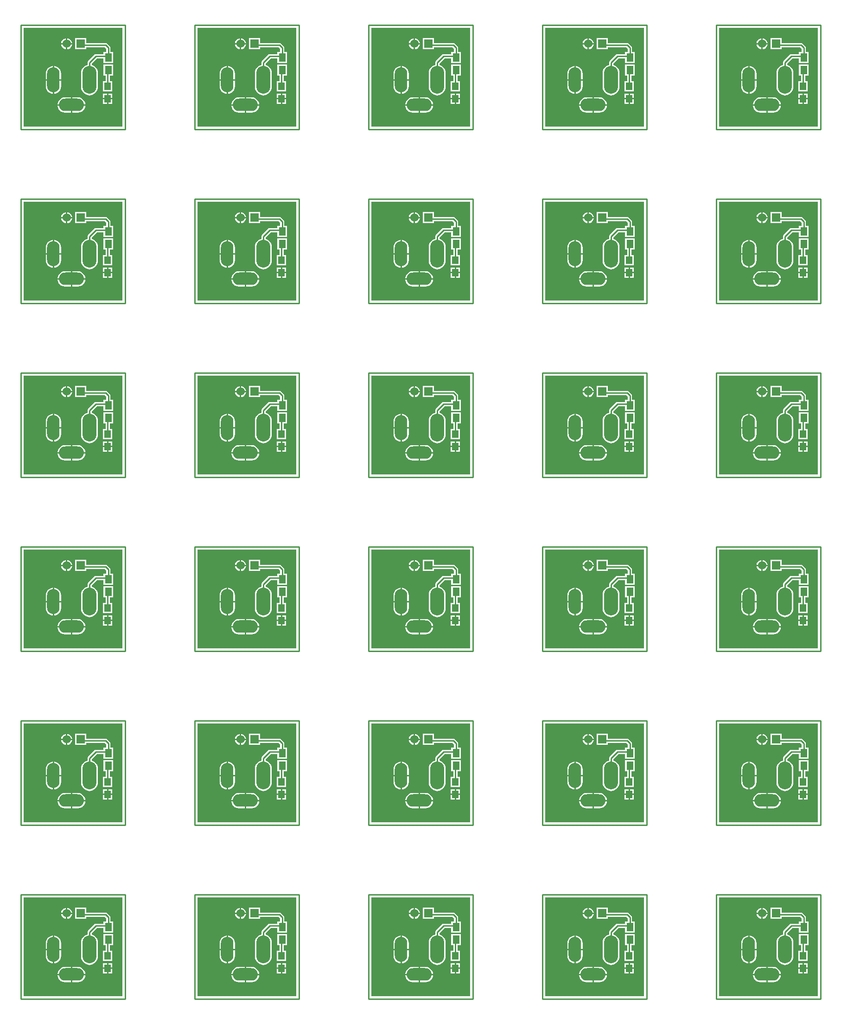
<source format=gtl>
G04*
G04 #@! TF.GenerationSoftware,Altium Limited,Altium Designer,20.0.13 (296)*
G04*
G04 Layer_Physical_Order=1*
G04 Layer_Color=255*
%FSLAX25Y25*%
%MOIN*%
G70*
G01*
G75*
%ADD10R,0.04500X0.05500*%
%ADD11R,0.05000X0.06000*%
%ADD12C,0.01000*%
%ADD13R,0.06000X0.06000*%
%ADD14C,0.06000*%
%ADD15O,0.09000X0.18000*%
%ADD16O,0.18000X0.09000*%
%ADD17O,0.10000X0.20000*%
G36*
X572961Y627039D02*
X502039D01*
Y697961D01*
X572961D01*
Y627039D01*
D02*
G37*
G36*
X447961D02*
X377039D01*
Y697961D01*
X447961D01*
Y627039D01*
D02*
G37*
G36*
X322961D02*
X252039D01*
Y697961D01*
X322961D01*
Y627039D01*
D02*
G37*
G36*
X197961D02*
X127039D01*
Y697961D01*
X197961D01*
Y627039D01*
D02*
G37*
G36*
X72961D02*
X2039D01*
Y697961D01*
X72961D01*
Y627039D01*
D02*
G37*
G36*
X572961Y502039D02*
X502039D01*
Y572961D01*
X572961D01*
Y502039D01*
D02*
G37*
G36*
X447961D02*
X377039D01*
Y572961D01*
X447961D01*
Y502039D01*
D02*
G37*
G36*
X322961D02*
X252039D01*
Y572961D01*
X322961D01*
Y502039D01*
D02*
G37*
G36*
X197961D02*
X127039D01*
Y572961D01*
X197961D01*
Y502039D01*
D02*
G37*
G36*
X72961D02*
X2039D01*
Y572961D01*
X72961D01*
Y502039D01*
D02*
G37*
G36*
X572961Y377039D02*
X502039D01*
Y447961D01*
X572961D01*
Y377039D01*
D02*
G37*
G36*
X447961D02*
X377039D01*
Y447961D01*
X447961D01*
Y377039D01*
D02*
G37*
G36*
X322961D02*
X252039D01*
Y447961D01*
X322961D01*
Y377039D01*
D02*
G37*
G36*
X197961D02*
X127039D01*
Y447961D01*
X197961D01*
Y377039D01*
D02*
G37*
G36*
X72961D02*
X2039D01*
Y447961D01*
X72961D01*
Y377039D01*
D02*
G37*
G36*
X572961Y252039D02*
X502039D01*
Y322961D01*
X572961D01*
Y252039D01*
D02*
G37*
G36*
X447961D02*
X377039D01*
Y322961D01*
X447961D01*
Y252039D01*
D02*
G37*
G36*
X322961D02*
X252039D01*
Y322961D01*
X322961D01*
Y252039D01*
D02*
G37*
G36*
X197961D02*
X127039D01*
Y322961D01*
X197961D01*
Y252039D01*
D02*
G37*
G36*
X72961D02*
X2039D01*
Y322961D01*
X72961D01*
Y252039D01*
D02*
G37*
G36*
X572961Y127039D02*
X502039D01*
Y197961D01*
X572961D01*
Y127039D01*
D02*
G37*
G36*
X447961D02*
X377039D01*
Y197961D01*
X447961D01*
Y127039D01*
D02*
G37*
G36*
X322961D02*
X252039D01*
Y197961D01*
X322961D01*
Y127039D01*
D02*
G37*
G36*
X197961D02*
X127039D01*
Y197961D01*
X197961D01*
Y127039D01*
D02*
G37*
G36*
X72961D02*
X2039D01*
Y197961D01*
X72961D01*
Y127039D01*
D02*
G37*
G36*
X572961Y2039D02*
X502039D01*
Y72961D01*
X572961D01*
Y2039D01*
D02*
G37*
G36*
X447961D02*
X377039D01*
Y72961D01*
X447961D01*
Y2039D01*
D02*
G37*
G36*
X322961D02*
X252039D01*
Y72961D01*
X322961D01*
Y2039D01*
D02*
G37*
G36*
X197961D02*
X127039D01*
Y72961D01*
X197961D01*
Y2039D01*
D02*
G37*
G36*
X72961D02*
X2039D01*
Y72961D01*
X72961D01*
Y2039D01*
D02*
G37*
%LPC*%
G36*
X533500Y690469D02*
Y687000D01*
X536969D01*
X536897Y687544D01*
X536494Y688517D01*
X535853Y689353D01*
X535017Y689994D01*
X534044Y690397D01*
X533500Y690469D01*
D02*
G37*
G36*
X532500D02*
X531956Y690397D01*
X530983Y689994D01*
X530147Y689353D01*
X529506Y688517D01*
X529103Y687544D01*
X529031Y687000D01*
X532500D01*
Y690469D01*
D02*
G37*
G36*
X536969Y686000D02*
X533500D01*
Y682531D01*
X534044Y682603D01*
X535017Y683006D01*
X535853Y683647D01*
X536494Y684483D01*
X536897Y685456D01*
X536969Y686000D01*
D02*
G37*
G36*
X532500D02*
X529031D01*
X529103Y685456D01*
X529506Y684483D01*
X530147Y683647D01*
X530983Y683006D01*
X531956Y682603D01*
X532500Y682531D01*
Y686000D01*
D02*
G37*
G36*
X547000Y690500D02*
X539000D01*
Y682500D01*
X547000D01*
Y683971D01*
X560366D01*
X561471Y682866D01*
Y680500D01*
X559500D01*
Y679029D01*
X554000D01*
X553415Y678913D01*
X552919Y678581D01*
X548419Y674081D01*
X548087Y673585D01*
X547971Y673000D01*
Y671306D01*
X547193Y671070D01*
X546150Y670513D01*
X545237Y669763D01*
X544487Y668850D01*
X543930Y667807D01*
X543587Y666676D01*
X543471Y665500D01*
Y655500D01*
X543587Y654324D01*
X543930Y653193D01*
X544487Y652150D01*
X545237Y651237D01*
X546150Y650487D01*
X547193Y649930D01*
X548324Y649587D01*
X549500Y649471D01*
X550676Y649587D01*
X551807Y649930D01*
X552849Y650487D01*
X553763Y651237D01*
X554513Y652150D01*
X555070Y653193D01*
X555413Y654324D01*
X555529Y655500D01*
Y665500D01*
X555413Y666676D01*
X555070Y667807D01*
X554513Y668850D01*
X553763Y669763D01*
X552849Y670513D01*
X551807Y671070D01*
X551029Y671306D01*
Y672367D01*
X554634Y675971D01*
X559500D01*
Y672500D01*
X566500D01*
Y680500D01*
X564529D01*
Y683500D01*
X564413Y684085D01*
X564081Y684581D01*
X562081Y686581D01*
X561585Y686913D01*
X561000Y687029D01*
X547000D01*
Y690500D01*
D02*
G37*
G36*
X524000Y670482D02*
Y661000D01*
X529047D01*
Y665000D01*
X528858Y666436D01*
X528304Y667774D01*
X527423Y668923D01*
X526274Y669804D01*
X524936Y670358D01*
X524000Y670482D01*
D02*
G37*
G36*
X523000D02*
X522064Y670358D01*
X520726Y669804D01*
X519577Y668923D01*
X518696Y667774D01*
X518142Y666436D01*
X517952Y665000D01*
Y661000D01*
X523000D01*
Y670482D01*
D02*
G37*
G36*
X566500Y671500D02*
X559500D01*
Y663500D01*
X560971D01*
Y659750D01*
X559250D01*
Y652250D01*
X565750D01*
Y659750D01*
X564029D01*
Y663500D01*
X566500D01*
Y671500D01*
D02*
G37*
G36*
X529047Y660000D02*
X524000D01*
Y650518D01*
X524936Y650642D01*
X526274Y651196D01*
X527423Y652077D01*
X528304Y653226D01*
X528858Y654564D01*
X529047Y656000D01*
Y660000D01*
D02*
G37*
G36*
X523000D02*
X517952D01*
Y656000D01*
X518142Y654564D01*
X518696Y653226D01*
X519577Y652077D01*
X520726Y651196D01*
X522064Y650642D01*
X523000Y650518D01*
Y660000D01*
D02*
G37*
G36*
X565750Y650750D02*
X563000D01*
Y647500D01*
X565750D01*
Y650750D01*
D02*
G37*
G36*
X562000D02*
X559250D01*
Y647500D01*
X562000D01*
Y650750D01*
D02*
G37*
G36*
X565750Y646500D02*
X563000D01*
Y643250D01*
X565750D01*
Y646500D01*
D02*
G37*
G36*
X562000D02*
X559250D01*
Y643250D01*
X562000D01*
Y646500D01*
D02*
G37*
G36*
X541000Y648047D02*
X537000D01*
Y643000D01*
X546482D01*
X546358Y643936D01*
X545804Y645274D01*
X544923Y646423D01*
X543774Y647304D01*
X542436Y647858D01*
X541000Y648047D01*
D02*
G37*
G36*
X536000D02*
X532000D01*
X530564Y647858D01*
X529226Y647304D01*
X528077Y646423D01*
X527196Y645274D01*
X526642Y643936D01*
X526518Y643000D01*
X536000D01*
Y648047D01*
D02*
G37*
G36*
X546482Y642000D02*
X537000D01*
Y636952D01*
X541000D01*
X542436Y637142D01*
X543774Y637696D01*
X544923Y638577D01*
X545804Y639726D01*
X546358Y641064D01*
X546482Y642000D01*
D02*
G37*
G36*
X536000D02*
X526518D01*
X526642Y641064D01*
X527196Y639726D01*
X528077Y638577D01*
X529226Y637696D01*
X530564Y637142D01*
X532000Y636952D01*
X536000D01*
Y642000D01*
D02*
G37*
G36*
X408500Y690469D02*
Y687000D01*
X411969D01*
X411897Y687544D01*
X411494Y688517D01*
X410853Y689353D01*
X410017Y689994D01*
X409044Y690397D01*
X408500Y690469D01*
D02*
G37*
G36*
X407500D02*
X406956Y690397D01*
X405983Y689994D01*
X405147Y689353D01*
X404506Y688517D01*
X404103Y687544D01*
X404031Y687000D01*
X407500D01*
Y690469D01*
D02*
G37*
G36*
X411969Y686000D02*
X408500D01*
Y682531D01*
X409044Y682603D01*
X410017Y683006D01*
X410853Y683647D01*
X411494Y684483D01*
X411897Y685456D01*
X411969Y686000D01*
D02*
G37*
G36*
X407500D02*
X404031D01*
X404103Y685456D01*
X404506Y684483D01*
X405147Y683647D01*
X405983Y683006D01*
X406956Y682603D01*
X407500Y682531D01*
Y686000D01*
D02*
G37*
G36*
X422000Y690500D02*
X414000D01*
Y682500D01*
X422000D01*
Y683971D01*
X435366D01*
X436471Y682866D01*
Y680500D01*
X434500D01*
Y679029D01*
X429000D01*
X428415Y678913D01*
X427919Y678581D01*
X423419Y674081D01*
X423087Y673585D01*
X422971Y673000D01*
Y671306D01*
X422193Y671070D01*
X421150Y670513D01*
X420237Y669763D01*
X419487Y668850D01*
X418930Y667807D01*
X418587Y666676D01*
X418471Y665500D01*
Y655500D01*
X418587Y654324D01*
X418930Y653193D01*
X419487Y652150D01*
X420237Y651237D01*
X421150Y650487D01*
X422193Y649930D01*
X423324Y649587D01*
X424500Y649471D01*
X425676Y649587D01*
X426807Y649930D01*
X427849Y650487D01*
X428763Y651237D01*
X429513Y652150D01*
X430070Y653193D01*
X430413Y654324D01*
X430529Y655500D01*
Y665500D01*
X430413Y666676D01*
X430070Y667807D01*
X429513Y668850D01*
X428763Y669763D01*
X427849Y670513D01*
X426807Y671070D01*
X426029Y671306D01*
Y672367D01*
X429634Y675971D01*
X434500D01*
Y672500D01*
X441500D01*
Y680500D01*
X439529D01*
Y683500D01*
X439413Y684085D01*
X439081Y684581D01*
X437081Y686581D01*
X436585Y686913D01*
X436000Y687029D01*
X422000D01*
Y690500D01*
D02*
G37*
G36*
X399000Y670482D02*
Y661000D01*
X404047D01*
Y665000D01*
X403858Y666436D01*
X403304Y667774D01*
X402423Y668923D01*
X401274Y669804D01*
X399936Y670358D01*
X399000Y670482D01*
D02*
G37*
G36*
X398000D02*
X397064Y670358D01*
X395726Y669804D01*
X394577Y668923D01*
X393696Y667774D01*
X393142Y666436D01*
X392952Y665000D01*
Y661000D01*
X398000D01*
Y670482D01*
D02*
G37*
G36*
X441500Y671500D02*
X434500D01*
Y663500D01*
X435971D01*
Y659750D01*
X434250D01*
Y652250D01*
X440750D01*
Y659750D01*
X439029D01*
Y663500D01*
X441500D01*
Y671500D01*
D02*
G37*
G36*
X404047Y660000D02*
X399000D01*
Y650518D01*
X399936Y650642D01*
X401274Y651196D01*
X402423Y652077D01*
X403304Y653226D01*
X403858Y654564D01*
X404047Y656000D01*
Y660000D01*
D02*
G37*
G36*
X398000D02*
X392952D01*
Y656000D01*
X393142Y654564D01*
X393696Y653226D01*
X394577Y652077D01*
X395726Y651196D01*
X397064Y650642D01*
X398000Y650518D01*
Y660000D01*
D02*
G37*
G36*
X440750Y650750D02*
X438000D01*
Y647500D01*
X440750D01*
Y650750D01*
D02*
G37*
G36*
X437000D02*
X434250D01*
Y647500D01*
X437000D01*
Y650750D01*
D02*
G37*
G36*
X440750Y646500D02*
X438000D01*
Y643250D01*
X440750D01*
Y646500D01*
D02*
G37*
G36*
X437000D02*
X434250D01*
Y643250D01*
X437000D01*
Y646500D01*
D02*
G37*
G36*
X416000Y648047D02*
X412000D01*
Y643000D01*
X421482D01*
X421358Y643936D01*
X420804Y645274D01*
X419923Y646423D01*
X418774Y647304D01*
X417436Y647858D01*
X416000Y648047D01*
D02*
G37*
G36*
X411000D02*
X407000D01*
X405564Y647858D01*
X404226Y647304D01*
X403077Y646423D01*
X402196Y645274D01*
X401642Y643936D01*
X401518Y643000D01*
X411000D01*
Y648047D01*
D02*
G37*
G36*
X421482Y642000D02*
X412000D01*
Y636952D01*
X416000D01*
X417436Y637142D01*
X418774Y637696D01*
X419923Y638577D01*
X420804Y639726D01*
X421358Y641064D01*
X421482Y642000D01*
D02*
G37*
G36*
X411000D02*
X401518D01*
X401642Y641064D01*
X402196Y639726D01*
X403077Y638577D01*
X404226Y637696D01*
X405564Y637142D01*
X407000Y636952D01*
X411000D01*
Y642000D01*
D02*
G37*
G36*
X283500Y690469D02*
Y687000D01*
X286969D01*
X286897Y687544D01*
X286494Y688517D01*
X285853Y689353D01*
X285017Y689994D01*
X284044Y690397D01*
X283500Y690469D01*
D02*
G37*
G36*
X282500D02*
X281956Y690397D01*
X280983Y689994D01*
X280147Y689353D01*
X279506Y688517D01*
X279103Y687544D01*
X279031Y687000D01*
X282500D01*
Y690469D01*
D02*
G37*
G36*
X286969Y686000D02*
X283500D01*
Y682531D01*
X284044Y682603D01*
X285017Y683006D01*
X285853Y683647D01*
X286494Y684483D01*
X286897Y685456D01*
X286969Y686000D01*
D02*
G37*
G36*
X282500D02*
X279031D01*
X279103Y685456D01*
X279506Y684483D01*
X280147Y683647D01*
X280983Y683006D01*
X281956Y682603D01*
X282500Y682531D01*
Y686000D01*
D02*
G37*
G36*
X297000Y690500D02*
X289000D01*
Y682500D01*
X297000D01*
Y683971D01*
X310367D01*
X311471Y682866D01*
Y680500D01*
X309500D01*
Y679029D01*
X304000D01*
X303415Y678913D01*
X302919Y678581D01*
X298419Y674081D01*
X298087Y673585D01*
X297971Y673000D01*
Y671306D01*
X297193Y671070D01*
X296150Y670513D01*
X295237Y669763D01*
X294487Y668850D01*
X293930Y667807D01*
X293587Y666676D01*
X293471Y665500D01*
Y655500D01*
X293587Y654324D01*
X293930Y653193D01*
X294487Y652150D01*
X295237Y651237D01*
X296150Y650487D01*
X297193Y649930D01*
X298324Y649587D01*
X299500Y649471D01*
X300676Y649587D01*
X301807Y649930D01*
X302850Y650487D01*
X303763Y651237D01*
X304513Y652150D01*
X305070Y653193D01*
X305413Y654324D01*
X305529Y655500D01*
Y665500D01*
X305413Y666676D01*
X305070Y667807D01*
X304513Y668850D01*
X303763Y669763D01*
X302850Y670513D01*
X301807Y671070D01*
X301029Y671306D01*
Y672367D01*
X304633Y675971D01*
X309500D01*
Y672500D01*
X316500D01*
Y680500D01*
X314529D01*
Y683500D01*
X314413Y684085D01*
X314081Y684581D01*
X312081Y686581D01*
X311585Y686913D01*
X311000Y687029D01*
X297000D01*
Y690500D01*
D02*
G37*
G36*
X274000Y670482D02*
Y661000D01*
X279047D01*
Y665000D01*
X278858Y666436D01*
X278304Y667774D01*
X277423Y668923D01*
X276274Y669804D01*
X274936Y670358D01*
X274000Y670482D01*
D02*
G37*
G36*
X273000D02*
X272064Y670358D01*
X270726Y669804D01*
X269577Y668923D01*
X268696Y667774D01*
X268142Y666436D01*
X267952Y665000D01*
Y661000D01*
X273000D01*
Y670482D01*
D02*
G37*
G36*
X316500Y671500D02*
X309500D01*
Y663500D01*
X310971D01*
Y659750D01*
X309250D01*
Y652250D01*
X315750D01*
Y659750D01*
X314029D01*
Y663500D01*
X316500D01*
Y671500D01*
D02*
G37*
G36*
X279047Y660000D02*
X274000D01*
Y650518D01*
X274936Y650642D01*
X276274Y651196D01*
X277423Y652077D01*
X278304Y653226D01*
X278858Y654564D01*
X279047Y656000D01*
Y660000D01*
D02*
G37*
G36*
X273000D02*
X267952D01*
Y656000D01*
X268142Y654564D01*
X268696Y653226D01*
X269577Y652077D01*
X270726Y651196D01*
X272064Y650642D01*
X273000Y650518D01*
Y660000D01*
D02*
G37*
G36*
X315750Y650750D02*
X313000D01*
Y647500D01*
X315750D01*
Y650750D01*
D02*
G37*
G36*
X312000D02*
X309250D01*
Y647500D01*
X312000D01*
Y650750D01*
D02*
G37*
G36*
X315750Y646500D02*
X313000D01*
Y643250D01*
X315750D01*
Y646500D01*
D02*
G37*
G36*
X312000D02*
X309250D01*
Y643250D01*
X312000D01*
Y646500D01*
D02*
G37*
G36*
X291000Y648047D02*
X287000D01*
Y643000D01*
X296482D01*
X296358Y643936D01*
X295804Y645274D01*
X294923Y646423D01*
X293774Y647304D01*
X292436Y647858D01*
X291000Y648047D01*
D02*
G37*
G36*
X286000D02*
X282000D01*
X280564Y647858D01*
X279226Y647304D01*
X278077Y646423D01*
X277196Y645274D01*
X276642Y643936D01*
X276518Y643000D01*
X286000D01*
Y648047D01*
D02*
G37*
G36*
X296482Y642000D02*
X287000D01*
Y636952D01*
X291000D01*
X292436Y637142D01*
X293774Y637696D01*
X294923Y638577D01*
X295804Y639726D01*
X296358Y641064D01*
X296482Y642000D01*
D02*
G37*
G36*
X286000D02*
X276518D01*
X276642Y641064D01*
X277196Y639726D01*
X278077Y638577D01*
X279226Y637696D01*
X280564Y637142D01*
X282000Y636952D01*
X286000D01*
Y642000D01*
D02*
G37*
G36*
X158500Y690469D02*
Y687000D01*
X161969D01*
X161897Y687544D01*
X161494Y688517D01*
X160853Y689353D01*
X160017Y689994D01*
X159044Y690397D01*
X158500Y690469D01*
D02*
G37*
G36*
X157500D02*
X156956Y690397D01*
X155983Y689994D01*
X155147Y689353D01*
X154506Y688517D01*
X154103Y687544D01*
X154031Y687000D01*
X157500D01*
Y690469D01*
D02*
G37*
G36*
X161969Y686000D02*
X158500D01*
Y682531D01*
X159044Y682603D01*
X160017Y683006D01*
X160853Y683647D01*
X161494Y684483D01*
X161897Y685456D01*
X161969Y686000D01*
D02*
G37*
G36*
X157500D02*
X154031D01*
X154103Y685456D01*
X154506Y684483D01*
X155147Y683647D01*
X155983Y683006D01*
X156956Y682603D01*
X157500Y682531D01*
Y686000D01*
D02*
G37*
G36*
X172000Y690500D02*
X164000D01*
Y682500D01*
X172000D01*
Y683971D01*
X185366D01*
X186471Y682866D01*
Y680500D01*
X184500D01*
Y679029D01*
X179000D01*
X178415Y678913D01*
X177919Y678581D01*
X173419Y674081D01*
X173087Y673585D01*
X172971Y673000D01*
Y671306D01*
X172193Y671070D01*
X171151Y670513D01*
X170237Y669763D01*
X169487Y668850D01*
X168930Y667807D01*
X168587Y666676D01*
X168471Y665500D01*
Y655500D01*
X168587Y654324D01*
X168930Y653193D01*
X169487Y652150D01*
X170237Y651237D01*
X171151Y650487D01*
X172193Y649930D01*
X173324Y649587D01*
X174500Y649471D01*
X175676Y649587D01*
X176807Y649930D01*
X177849Y650487D01*
X178763Y651237D01*
X179513Y652150D01*
X180070Y653193D01*
X180413Y654324D01*
X180529Y655500D01*
Y665500D01*
X180413Y666676D01*
X180070Y667807D01*
X179513Y668850D01*
X178763Y669763D01*
X177849Y670513D01*
X176807Y671070D01*
X176029Y671306D01*
Y672367D01*
X179633Y675971D01*
X184500D01*
Y672500D01*
X191500D01*
Y680500D01*
X189529D01*
Y683500D01*
X189413Y684085D01*
X189081Y684581D01*
X187081Y686581D01*
X186585Y686913D01*
X186000Y687029D01*
X172000D01*
Y690500D01*
D02*
G37*
G36*
X149000Y670482D02*
Y661000D01*
X154048D01*
Y665000D01*
X153858Y666436D01*
X153304Y667774D01*
X152423Y668923D01*
X151274Y669804D01*
X149936Y670358D01*
X149000Y670482D01*
D02*
G37*
G36*
X148000D02*
X147064Y670358D01*
X145726Y669804D01*
X144577Y668923D01*
X143696Y667774D01*
X143142Y666436D01*
X142953Y665000D01*
Y661000D01*
X148000D01*
Y670482D01*
D02*
G37*
G36*
X191500Y671500D02*
X184500D01*
Y663500D01*
X185971D01*
Y659750D01*
X184250D01*
Y652250D01*
X190750D01*
Y659750D01*
X189029D01*
Y663500D01*
X191500D01*
Y671500D01*
D02*
G37*
G36*
X154048Y660000D02*
X149000D01*
Y650518D01*
X149936Y650642D01*
X151274Y651196D01*
X152423Y652077D01*
X153304Y653226D01*
X153858Y654564D01*
X154048Y656000D01*
Y660000D01*
D02*
G37*
G36*
X148000D02*
X142953D01*
Y656000D01*
X143142Y654564D01*
X143696Y653226D01*
X144577Y652077D01*
X145726Y651196D01*
X147064Y650642D01*
X148000Y650518D01*
Y660000D01*
D02*
G37*
G36*
X190750Y650750D02*
X188000D01*
Y647500D01*
X190750D01*
Y650750D01*
D02*
G37*
G36*
X187000D02*
X184250D01*
Y647500D01*
X187000D01*
Y650750D01*
D02*
G37*
G36*
X190750Y646500D02*
X188000D01*
Y643250D01*
X190750D01*
Y646500D01*
D02*
G37*
G36*
X187000D02*
X184250D01*
Y643250D01*
X187000D01*
Y646500D01*
D02*
G37*
G36*
X166000Y648047D02*
X162000D01*
Y643000D01*
X171482D01*
X171358Y643936D01*
X170804Y645274D01*
X169923Y646423D01*
X168774Y647304D01*
X167436Y647858D01*
X166000Y648047D01*
D02*
G37*
G36*
X161000D02*
X157000D01*
X155564Y647858D01*
X154226Y647304D01*
X153077Y646423D01*
X152196Y645274D01*
X151642Y643936D01*
X151518Y643000D01*
X161000D01*
Y648047D01*
D02*
G37*
G36*
X171482Y642000D02*
X162000D01*
Y636952D01*
X166000D01*
X167436Y637142D01*
X168774Y637696D01*
X169923Y638577D01*
X170804Y639726D01*
X171358Y641064D01*
X171482Y642000D01*
D02*
G37*
G36*
X161000D02*
X151518D01*
X151642Y641064D01*
X152196Y639726D01*
X153077Y638577D01*
X154226Y637696D01*
X155564Y637142D01*
X157000Y636952D01*
X161000D01*
Y642000D01*
D02*
G37*
G36*
X33500Y690469D02*
Y687000D01*
X36969D01*
X36897Y687544D01*
X36494Y688517D01*
X35853Y689353D01*
X35017Y689994D01*
X34044Y690397D01*
X33500Y690469D01*
D02*
G37*
G36*
X32500D02*
X31956Y690397D01*
X30983Y689994D01*
X30147Y689353D01*
X29506Y688517D01*
X29103Y687544D01*
X29031Y687000D01*
X32500D01*
Y690469D01*
D02*
G37*
G36*
X36969Y686000D02*
X33500D01*
Y682531D01*
X34044Y682603D01*
X35017Y683006D01*
X35853Y683647D01*
X36494Y684483D01*
X36897Y685456D01*
X36969Y686000D01*
D02*
G37*
G36*
X32500D02*
X29031D01*
X29103Y685456D01*
X29506Y684483D01*
X30147Y683647D01*
X30983Y683006D01*
X31956Y682603D01*
X32500Y682531D01*
Y686000D01*
D02*
G37*
G36*
X47000Y690500D02*
X39000D01*
Y682500D01*
X47000D01*
Y683971D01*
X60366D01*
X61471Y682866D01*
Y680500D01*
X59500D01*
Y679029D01*
X54000D01*
X53415Y678913D01*
X52919Y678581D01*
X48419Y674081D01*
X48087Y673585D01*
X47971Y673000D01*
Y671306D01*
X47193Y671070D01*
X46150Y670513D01*
X45237Y669763D01*
X44487Y668850D01*
X43930Y667807D01*
X43587Y666676D01*
X43471Y665500D01*
Y655500D01*
X43587Y654324D01*
X43930Y653193D01*
X44487Y652150D01*
X45237Y651237D01*
X46150Y650487D01*
X47193Y649930D01*
X48324Y649587D01*
X49500Y649471D01*
X50676Y649587D01*
X51807Y649930D01*
X52850Y650487D01*
X53763Y651237D01*
X54513Y652150D01*
X55070Y653193D01*
X55413Y654324D01*
X55529Y655500D01*
Y665500D01*
X55413Y666676D01*
X55070Y667807D01*
X54513Y668850D01*
X53763Y669763D01*
X52850Y670513D01*
X51807Y671070D01*
X51029Y671306D01*
Y672367D01*
X54633Y675971D01*
X59500D01*
Y672500D01*
X66500D01*
Y680500D01*
X64529D01*
Y683500D01*
X64413Y684085D01*
X64081Y684581D01*
X62081Y686581D01*
X61585Y686913D01*
X61000Y687029D01*
X47000D01*
Y690500D01*
D02*
G37*
G36*
X24000Y670482D02*
Y661000D01*
X29048D01*
Y665000D01*
X28858Y666436D01*
X28304Y667774D01*
X27423Y668923D01*
X26274Y669804D01*
X24936Y670358D01*
X24000Y670482D01*
D02*
G37*
G36*
X23000D02*
X22064Y670358D01*
X20726Y669804D01*
X19577Y668923D01*
X18696Y667774D01*
X18142Y666436D01*
X17953Y665000D01*
Y661000D01*
X23000D01*
Y670482D01*
D02*
G37*
G36*
X66500Y671500D02*
X59500D01*
Y663500D01*
X60971D01*
Y659750D01*
X59250D01*
Y652250D01*
X65750D01*
Y659750D01*
X64029D01*
Y663500D01*
X66500D01*
Y671500D01*
D02*
G37*
G36*
X29048Y660000D02*
X24000D01*
Y650518D01*
X24936Y650642D01*
X26274Y651196D01*
X27423Y652077D01*
X28304Y653226D01*
X28858Y654564D01*
X29048Y656000D01*
Y660000D01*
D02*
G37*
G36*
X23000D02*
X17953D01*
Y656000D01*
X18142Y654564D01*
X18696Y653226D01*
X19577Y652077D01*
X20726Y651196D01*
X22064Y650642D01*
X23000Y650518D01*
Y660000D01*
D02*
G37*
G36*
X65750Y650750D02*
X63000D01*
Y647500D01*
X65750D01*
Y650750D01*
D02*
G37*
G36*
X62000D02*
X59250D01*
Y647500D01*
X62000D01*
Y650750D01*
D02*
G37*
G36*
X65750Y646500D02*
X63000D01*
Y643250D01*
X65750D01*
Y646500D01*
D02*
G37*
G36*
X62000D02*
X59250D01*
Y643250D01*
X62000D01*
Y646500D01*
D02*
G37*
G36*
X41000Y648047D02*
X37000D01*
Y643000D01*
X46482D01*
X46358Y643936D01*
X45804Y645274D01*
X44923Y646423D01*
X43774Y647304D01*
X42436Y647858D01*
X41000Y648047D01*
D02*
G37*
G36*
X36000D02*
X32000D01*
X30564Y647858D01*
X29226Y647304D01*
X28077Y646423D01*
X27196Y645274D01*
X26642Y643936D01*
X26518Y643000D01*
X36000D01*
Y648047D01*
D02*
G37*
G36*
X46482Y642000D02*
X37000D01*
Y636952D01*
X41000D01*
X42436Y637142D01*
X43774Y637696D01*
X44923Y638577D01*
X45804Y639726D01*
X46358Y641064D01*
X46482Y642000D01*
D02*
G37*
G36*
X36000D02*
X26518D01*
X26642Y641064D01*
X27196Y639726D01*
X28077Y638577D01*
X29226Y637696D01*
X30564Y637142D01*
X32000Y636952D01*
X36000D01*
Y642000D01*
D02*
G37*
G36*
X533500Y565469D02*
Y562000D01*
X536969D01*
X536897Y562544D01*
X536494Y563517D01*
X535853Y564353D01*
X535017Y564994D01*
X534044Y565397D01*
X533500Y565469D01*
D02*
G37*
G36*
X532500D02*
X531956Y565397D01*
X530983Y564994D01*
X530147Y564353D01*
X529506Y563517D01*
X529103Y562544D01*
X529031Y562000D01*
X532500D01*
Y565469D01*
D02*
G37*
G36*
X536969Y561000D02*
X533500D01*
Y557531D01*
X534044Y557603D01*
X535017Y558006D01*
X535853Y558647D01*
X536494Y559483D01*
X536897Y560456D01*
X536969Y561000D01*
D02*
G37*
G36*
X532500D02*
X529031D01*
X529103Y560456D01*
X529506Y559483D01*
X530147Y558647D01*
X530983Y558006D01*
X531956Y557603D01*
X532500Y557531D01*
Y561000D01*
D02*
G37*
G36*
X547000Y565500D02*
X539000D01*
Y557500D01*
X547000D01*
Y558971D01*
X560366D01*
X561471Y557866D01*
Y555500D01*
X559500D01*
Y554029D01*
X554000D01*
X553415Y553913D01*
X552919Y553581D01*
X548419Y549081D01*
X548087Y548585D01*
X547971Y548000D01*
Y546306D01*
X547193Y546070D01*
X546150Y545513D01*
X545237Y544763D01*
X544487Y543850D01*
X543930Y542807D01*
X543587Y541676D01*
X543471Y540500D01*
Y530500D01*
X543587Y529324D01*
X543930Y528193D01*
X544487Y527150D01*
X545237Y526237D01*
X546150Y525487D01*
X547193Y524930D01*
X548324Y524587D01*
X549500Y524471D01*
X550676Y524587D01*
X551807Y524930D01*
X552849Y525487D01*
X553763Y526237D01*
X554513Y527150D01*
X555070Y528193D01*
X555413Y529324D01*
X555529Y530500D01*
Y540500D01*
X555413Y541676D01*
X555070Y542807D01*
X554513Y543850D01*
X553763Y544763D01*
X552849Y545513D01*
X551807Y546070D01*
X551029Y546306D01*
Y547367D01*
X554634Y550971D01*
X559500D01*
Y547500D01*
X566500D01*
Y555500D01*
X564529D01*
Y558500D01*
X564413Y559085D01*
X564081Y559581D01*
X562081Y561581D01*
X561585Y561913D01*
X561000Y562029D01*
X547000D01*
Y565500D01*
D02*
G37*
G36*
X524000Y545482D02*
Y536000D01*
X529047D01*
Y540000D01*
X528858Y541436D01*
X528304Y542774D01*
X527423Y543923D01*
X526274Y544804D01*
X524936Y545358D01*
X524000Y545482D01*
D02*
G37*
G36*
X523000D02*
X522064Y545358D01*
X520726Y544804D01*
X519577Y543923D01*
X518696Y542774D01*
X518142Y541436D01*
X517952Y540000D01*
Y536000D01*
X523000D01*
Y545482D01*
D02*
G37*
G36*
X566500Y546500D02*
X559500D01*
Y538500D01*
X560971D01*
Y534750D01*
X559250D01*
Y527250D01*
X565750D01*
Y534750D01*
X564029D01*
Y538500D01*
X566500D01*
Y546500D01*
D02*
G37*
G36*
X529047Y535000D02*
X524000D01*
Y525518D01*
X524936Y525642D01*
X526274Y526196D01*
X527423Y527077D01*
X528304Y528226D01*
X528858Y529564D01*
X529047Y531000D01*
Y535000D01*
D02*
G37*
G36*
X523000D02*
X517952D01*
Y531000D01*
X518142Y529564D01*
X518696Y528226D01*
X519577Y527077D01*
X520726Y526196D01*
X522064Y525642D01*
X523000Y525518D01*
Y535000D01*
D02*
G37*
G36*
X565750Y525750D02*
X563000D01*
Y522500D01*
X565750D01*
Y525750D01*
D02*
G37*
G36*
X562000D02*
X559250D01*
Y522500D01*
X562000D01*
Y525750D01*
D02*
G37*
G36*
X565750Y521500D02*
X563000D01*
Y518250D01*
X565750D01*
Y521500D01*
D02*
G37*
G36*
X562000D02*
X559250D01*
Y518250D01*
X562000D01*
Y521500D01*
D02*
G37*
G36*
X541000Y523047D02*
X537000D01*
Y518000D01*
X546482D01*
X546358Y518936D01*
X545804Y520274D01*
X544923Y521423D01*
X543774Y522304D01*
X542436Y522858D01*
X541000Y523047D01*
D02*
G37*
G36*
X536000D02*
X532000D01*
X530564Y522858D01*
X529226Y522304D01*
X528077Y521423D01*
X527196Y520274D01*
X526642Y518936D01*
X526518Y518000D01*
X536000D01*
Y523047D01*
D02*
G37*
G36*
X546482Y517000D02*
X537000D01*
Y511952D01*
X541000D01*
X542436Y512142D01*
X543774Y512696D01*
X544923Y513577D01*
X545804Y514726D01*
X546358Y516064D01*
X546482Y517000D01*
D02*
G37*
G36*
X536000D02*
X526518D01*
X526642Y516064D01*
X527196Y514726D01*
X528077Y513577D01*
X529226Y512696D01*
X530564Y512142D01*
X532000Y511952D01*
X536000D01*
Y517000D01*
D02*
G37*
G36*
X408500Y565469D02*
Y562000D01*
X411969D01*
X411897Y562544D01*
X411494Y563517D01*
X410853Y564353D01*
X410017Y564994D01*
X409044Y565397D01*
X408500Y565469D01*
D02*
G37*
G36*
X407500D02*
X406956Y565397D01*
X405983Y564994D01*
X405147Y564353D01*
X404506Y563517D01*
X404103Y562544D01*
X404031Y562000D01*
X407500D01*
Y565469D01*
D02*
G37*
G36*
X411969Y561000D02*
X408500D01*
Y557531D01*
X409044Y557603D01*
X410017Y558006D01*
X410853Y558647D01*
X411494Y559483D01*
X411897Y560456D01*
X411969Y561000D01*
D02*
G37*
G36*
X407500D02*
X404031D01*
X404103Y560456D01*
X404506Y559483D01*
X405147Y558647D01*
X405983Y558006D01*
X406956Y557603D01*
X407500Y557531D01*
Y561000D01*
D02*
G37*
G36*
X422000Y565500D02*
X414000D01*
Y557500D01*
X422000D01*
Y558971D01*
X435366D01*
X436471Y557866D01*
Y555500D01*
X434500D01*
Y554029D01*
X429000D01*
X428415Y553913D01*
X427919Y553581D01*
X423419Y549081D01*
X423087Y548585D01*
X422971Y548000D01*
Y546306D01*
X422193Y546070D01*
X421150Y545513D01*
X420237Y544763D01*
X419487Y543850D01*
X418930Y542807D01*
X418587Y541676D01*
X418471Y540500D01*
Y530500D01*
X418587Y529324D01*
X418930Y528193D01*
X419487Y527150D01*
X420237Y526237D01*
X421150Y525487D01*
X422193Y524930D01*
X423324Y524587D01*
X424500Y524471D01*
X425676Y524587D01*
X426807Y524930D01*
X427849Y525487D01*
X428763Y526237D01*
X429513Y527150D01*
X430070Y528193D01*
X430413Y529324D01*
X430529Y530500D01*
Y540500D01*
X430413Y541676D01*
X430070Y542807D01*
X429513Y543850D01*
X428763Y544763D01*
X427849Y545513D01*
X426807Y546070D01*
X426029Y546306D01*
Y547367D01*
X429634Y550971D01*
X434500D01*
Y547500D01*
X441500D01*
Y555500D01*
X439529D01*
Y558500D01*
X439413Y559085D01*
X439081Y559581D01*
X437081Y561581D01*
X436585Y561913D01*
X436000Y562029D01*
X422000D01*
Y565500D01*
D02*
G37*
G36*
X399000Y545482D02*
Y536000D01*
X404047D01*
Y540000D01*
X403858Y541436D01*
X403304Y542774D01*
X402423Y543923D01*
X401274Y544804D01*
X399936Y545358D01*
X399000Y545482D01*
D02*
G37*
G36*
X398000D02*
X397064Y545358D01*
X395726Y544804D01*
X394577Y543923D01*
X393696Y542774D01*
X393142Y541436D01*
X392952Y540000D01*
Y536000D01*
X398000D01*
Y545482D01*
D02*
G37*
G36*
X441500Y546500D02*
X434500D01*
Y538500D01*
X435971D01*
Y534750D01*
X434250D01*
Y527250D01*
X440750D01*
Y534750D01*
X439029D01*
Y538500D01*
X441500D01*
Y546500D01*
D02*
G37*
G36*
X404047Y535000D02*
X399000D01*
Y525518D01*
X399936Y525642D01*
X401274Y526196D01*
X402423Y527077D01*
X403304Y528226D01*
X403858Y529564D01*
X404047Y531000D01*
Y535000D01*
D02*
G37*
G36*
X398000D02*
X392952D01*
Y531000D01*
X393142Y529564D01*
X393696Y528226D01*
X394577Y527077D01*
X395726Y526196D01*
X397064Y525642D01*
X398000Y525518D01*
Y535000D01*
D02*
G37*
G36*
X440750Y525750D02*
X438000D01*
Y522500D01*
X440750D01*
Y525750D01*
D02*
G37*
G36*
X437000D02*
X434250D01*
Y522500D01*
X437000D01*
Y525750D01*
D02*
G37*
G36*
X440750Y521500D02*
X438000D01*
Y518250D01*
X440750D01*
Y521500D01*
D02*
G37*
G36*
X437000D02*
X434250D01*
Y518250D01*
X437000D01*
Y521500D01*
D02*
G37*
G36*
X416000Y523047D02*
X412000D01*
Y518000D01*
X421482D01*
X421358Y518936D01*
X420804Y520274D01*
X419923Y521423D01*
X418774Y522304D01*
X417436Y522858D01*
X416000Y523047D01*
D02*
G37*
G36*
X411000D02*
X407000D01*
X405564Y522858D01*
X404226Y522304D01*
X403077Y521423D01*
X402196Y520274D01*
X401642Y518936D01*
X401518Y518000D01*
X411000D01*
Y523047D01*
D02*
G37*
G36*
X421482Y517000D02*
X412000D01*
Y511952D01*
X416000D01*
X417436Y512142D01*
X418774Y512696D01*
X419923Y513577D01*
X420804Y514726D01*
X421358Y516064D01*
X421482Y517000D01*
D02*
G37*
G36*
X411000D02*
X401518D01*
X401642Y516064D01*
X402196Y514726D01*
X403077Y513577D01*
X404226Y512696D01*
X405564Y512142D01*
X407000Y511952D01*
X411000D01*
Y517000D01*
D02*
G37*
G36*
X283500Y565469D02*
Y562000D01*
X286969D01*
X286897Y562544D01*
X286494Y563517D01*
X285853Y564353D01*
X285017Y564994D01*
X284044Y565397D01*
X283500Y565469D01*
D02*
G37*
G36*
X282500D02*
X281956Y565397D01*
X280983Y564994D01*
X280147Y564353D01*
X279506Y563517D01*
X279103Y562544D01*
X279031Y562000D01*
X282500D01*
Y565469D01*
D02*
G37*
G36*
X286969Y561000D02*
X283500D01*
Y557531D01*
X284044Y557603D01*
X285017Y558006D01*
X285853Y558647D01*
X286494Y559483D01*
X286897Y560456D01*
X286969Y561000D01*
D02*
G37*
G36*
X282500D02*
X279031D01*
X279103Y560456D01*
X279506Y559483D01*
X280147Y558647D01*
X280983Y558006D01*
X281956Y557603D01*
X282500Y557531D01*
Y561000D01*
D02*
G37*
G36*
X297000Y565500D02*
X289000D01*
Y557500D01*
X297000D01*
Y558971D01*
X310367D01*
X311471Y557866D01*
Y555500D01*
X309500D01*
Y554029D01*
X304000D01*
X303415Y553913D01*
X302919Y553581D01*
X298419Y549081D01*
X298087Y548585D01*
X297971Y548000D01*
Y546306D01*
X297193Y546070D01*
X296150Y545513D01*
X295237Y544763D01*
X294487Y543850D01*
X293930Y542807D01*
X293587Y541676D01*
X293471Y540500D01*
Y530500D01*
X293587Y529324D01*
X293930Y528193D01*
X294487Y527150D01*
X295237Y526237D01*
X296150Y525487D01*
X297193Y524930D01*
X298324Y524587D01*
X299500Y524471D01*
X300676Y524587D01*
X301807Y524930D01*
X302850Y525487D01*
X303763Y526237D01*
X304513Y527150D01*
X305070Y528193D01*
X305413Y529324D01*
X305529Y530500D01*
Y540500D01*
X305413Y541676D01*
X305070Y542807D01*
X304513Y543850D01*
X303763Y544763D01*
X302850Y545513D01*
X301807Y546070D01*
X301029Y546306D01*
Y547367D01*
X304633Y550971D01*
X309500D01*
Y547500D01*
X316500D01*
Y555500D01*
X314529D01*
Y558500D01*
X314413Y559085D01*
X314081Y559581D01*
X312081Y561581D01*
X311585Y561913D01*
X311000Y562029D01*
X297000D01*
Y565500D01*
D02*
G37*
G36*
X274000Y545482D02*
Y536000D01*
X279047D01*
Y540000D01*
X278858Y541436D01*
X278304Y542774D01*
X277423Y543923D01*
X276274Y544804D01*
X274936Y545358D01*
X274000Y545482D01*
D02*
G37*
G36*
X273000D02*
X272064Y545358D01*
X270726Y544804D01*
X269577Y543923D01*
X268696Y542774D01*
X268142Y541436D01*
X267952Y540000D01*
Y536000D01*
X273000D01*
Y545482D01*
D02*
G37*
G36*
X316500Y546500D02*
X309500D01*
Y538500D01*
X310971D01*
Y534750D01*
X309250D01*
Y527250D01*
X315750D01*
Y534750D01*
X314029D01*
Y538500D01*
X316500D01*
Y546500D01*
D02*
G37*
G36*
X279047Y535000D02*
X274000D01*
Y525518D01*
X274936Y525642D01*
X276274Y526196D01*
X277423Y527077D01*
X278304Y528226D01*
X278858Y529564D01*
X279047Y531000D01*
Y535000D01*
D02*
G37*
G36*
X273000D02*
X267952D01*
Y531000D01*
X268142Y529564D01*
X268696Y528226D01*
X269577Y527077D01*
X270726Y526196D01*
X272064Y525642D01*
X273000Y525518D01*
Y535000D01*
D02*
G37*
G36*
X315750Y525750D02*
X313000D01*
Y522500D01*
X315750D01*
Y525750D01*
D02*
G37*
G36*
X312000D02*
X309250D01*
Y522500D01*
X312000D01*
Y525750D01*
D02*
G37*
G36*
X315750Y521500D02*
X313000D01*
Y518250D01*
X315750D01*
Y521500D01*
D02*
G37*
G36*
X312000D02*
X309250D01*
Y518250D01*
X312000D01*
Y521500D01*
D02*
G37*
G36*
X291000Y523047D02*
X287000D01*
Y518000D01*
X296482D01*
X296358Y518936D01*
X295804Y520274D01*
X294923Y521423D01*
X293774Y522304D01*
X292436Y522858D01*
X291000Y523047D01*
D02*
G37*
G36*
X286000D02*
X282000D01*
X280564Y522858D01*
X279226Y522304D01*
X278077Y521423D01*
X277196Y520274D01*
X276642Y518936D01*
X276518Y518000D01*
X286000D01*
Y523047D01*
D02*
G37*
G36*
X296482Y517000D02*
X287000D01*
Y511952D01*
X291000D01*
X292436Y512142D01*
X293774Y512696D01*
X294923Y513577D01*
X295804Y514726D01*
X296358Y516064D01*
X296482Y517000D01*
D02*
G37*
G36*
X286000D02*
X276518D01*
X276642Y516064D01*
X277196Y514726D01*
X278077Y513577D01*
X279226Y512696D01*
X280564Y512142D01*
X282000Y511952D01*
X286000D01*
Y517000D01*
D02*
G37*
G36*
X158500Y565469D02*
Y562000D01*
X161969D01*
X161897Y562544D01*
X161494Y563517D01*
X160853Y564353D01*
X160017Y564994D01*
X159044Y565397D01*
X158500Y565469D01*
D02*
G37*
G36*
X157500D02*
X156956Y565397D01*
X155983Y564994D01*
X155147Y564353D01*
X154506Y563517D01*
X154103Y562544D01*
X154031Y562000D01*
X157500D01*
Y565469D01*
D02*
G37*
G36*
X161969Y561000D02*
X158500D01*
Y557531D01*
X159044Y557603D01*
X160017Y558006D01*
X160853Y558647D01*
X161494Y559483D01*
X161897Y560456D01*
X161969Y561000D01*
D02*
G37*
G36*
X157500D02*
X154031D01*
X154103Y560456D01*
X154506Y559483D01*
X155147Y558647D01*
X155983Y558006D01*
X156956Y557603D01*
X157500Y557531D01*
Y561000D01*
D02*
G37*
G36*
X172000Y565500D02*
X164000D01*
Y557500D01*
X172000D01*
Y558971D01*
X185366D01*
X186471Y557866D01*
Y555500D01*
X184500D01*
Y554029D01*
X179000D01*
X178415Y553913D01*
X177919Y553581D01*
X173419Y549081D01*
X173087Y548585D01*
X172971Y548000D01*
Y546306D01*
X172193Y546070D01*
X171151Y545513D01*
X170237Y544763D01*
X169487Y543850D01*
X168930Y542807D01*
X168587Y541676D01*
X168471Y540500D01*
Y530500D01*
X168587Y529324D01*
X168930Y528193D01*
X169487Y527150D01*
X170237Y526237D01*
X171151Y525487D01*
X172193Y524930D01*
X173324Y524587D01*
X174500Y524471D01*
X175676Y524587D01*
X176807Y524930D01*
X177849Y525487D01*
X178763Y526237D01*
X179513Y527150D01*
X180070Y528193D01*
X180413Y529324D01*
X180529Y530500D01*
Y540500D01*
X180413Y541676D01*
X180070Y542807D01*
X179513Y543850D01*
X178763Y544763D01*
X177849Y545513D01*
X176807Y546070D01*
X176029Y546306D01*
Y547367D01*
X179633Y550971D01*
X184500D01*
Y547500D01*
X191500D01*
Y555500D01*
X189529D01*
Y558500D01*
X189413Y559085D01*
X189081Y559581D01*
X187081Y561581D01*
X186585Y561913D01*
X186000Y562029D01*
X172000D01*
Y565500D01*
D02*
G37*
G36*
X149000Y545482D02*
Y536000D01*
X154048D01*
Y540000D01*
X153858Y541436D01*
X153304Y542774D01*
X152423Y543923D01*
X151274Y544804D01*
X149936Y545358D01*
X149000Y545482D01*
D02*
G37*
G36*
X148000D02*
X147064Y545358D01*
X145726Y544804D01*
X144577Y543923D01*
X143696Y542774D01*
X143142Y541436D01*
X142953Y540000D01*
Y536000D01*
X148000D01*
Y545482D01*
D02*
G37*
G36*
X191500Y546500D02*
X184500D01*
Y538500D01*
X185971D01*
Y534750D01*
X184250D01*
Y527250D01*
X190750D01*
Y534750D01*
X189029D01*
Y538500D01*
X191500D01*
Y546500D01*
D02*
G37*
G36*
X154048Y535000D02*
X149000D01*
Y525518D01*
X149936Y525642D01*
X151274Y526196D01*
X152423Y527077D01*
X153304Y528226D01*
X153858Y529564D01*
X154048Y531000D01*
Y535000D01*
D02*
G37*
G36*
X148000D02*
X142953D01*
Y531000D01*
X143142Y529564D01*
X143696Y528226D01*
X144577Y527077D01*
X145726Y526196D01*
X147064Y525642D01*
X148000Y525518D01*
Y535000D01*
D02*
G37*
G36*
X190750Y525750D02*
X188000D01*
Y522500D01*
X190750D01*
Y525750D01*
D02*
G37*
G36*
X187000D02*
X184250D01*
Y522500D01*
X187000D01*
Y525750D01*
D02*
G37*
G36*
X190750Y521500D02*
X188000D01*
Y518250D01*
X190750D01*
Y521500D01*
D02*
G37*
G36*
X187000D02*
X184250D01*
Y518250D01*
X187000D01*
Y521500D01*
D02*
G37*
G36*
X166000Y523047D02*
X162000D01*
Y518000D01*
X171482D01*
X171358Y518936D01*
X170804Y520274D01*
X169923Y521423D01*
X168774Y522304D01*
X167436Y522858D01*
X166000Y523047D01*
D02*
G37*
G36*
X161000D02*
X157000D01*
X155564Y522858D01*
X154226Y522304D01*
X153077Y521423D01*
X152196Y520274D01*
X151642Y518936D01*
X151518Y518000D01*
X161000D01*
Y523047D01*
D02*
G37*
G36*
X171482Y517000D02*
X162000D01*
Y511952D01*
X166000D01*
X167436Y512142D01*
X168774Y512696D01*
X169923Y513577D01*
X170804Y514726D01*
X171358Y516064D01*
X171482Y517000D01*
D02*
G37*
G36*
X161000D02*
X151518D01*
X151642Y516064D01*
X152196Y514726D01*
X153077Y513577D01*
X154226Y512696D01*
X155564Y512142D01*
X157000Y511952D01*
X161000D01*
Y517000D01*
D02*
G37*
G36*
X33500Y565469D02*
Y562000D01*
X36969D01*
X36897Y562544D01*
X36494Y563517D01*
X35853Y564353D01*
X35017Y564994D01*
X34044Y565397D01*
X33500Y565469D01*
D02*
G37*
G36*
X32500D02*
X31956Y565397D01*
X30983Y564994D01*
X30147Y564353D01*
X29506Y563517D01*
X29103Y562544D01*
X29031Y562000D01*
X32500D01*
Y565469D01*
D02*
G37*
G36*
X36969Y561000D02*
X33500D01*
Y557531D01*
X34044Y557603D01*
X35017Y558006D01*
X35853Y558647D01*
X36494Y559483D01*
X36897Y560456D01*
X36969Y561000D01*
D02*
G37*
G36*
X32500D02*
X29031D01*
X29103Y560456D01*
X29506Y559483D01*
X30147Y558647D01*
X30983Y558006D01*
X31956Y557603D01*
X32500Y557531D01*
Y561000D01*
D02*
G37*
G36*
X47000Y565500D02*
X39000D01*
Y557500D01*
X47000D01*
Y558971D01*
X60366D01*
X61471Y557866D01*
Y555500D01*
X59500D01*
Y554029D01*
X54000D01*
X53415Y553913D01*
X52919Y553581D01*
X48419Y549081D01*
X48087Y548585D01*
X47971Y548000D01*
Y546306D01*
X47193Y546070D01*
X46150Y545513D01*
X45237Y544763D01*
X44487Y543850D01*
X43930Y542807D01*
X43587Y541676D01*
X43471Y540500D01*
Y530500D01*
X43587Y529324D01*
X43930Y528193D01*
X44487Y527150D01*
X45237Y526237D01*
X46150Y525487D01*
X47193Y524930D01*
X48324Y524587D01*
X49500Y524471D01*
X50676Y524587D01*
X51807Y524930D01*
X52850Y525487D01*
X53763Y526237D01*
X54513Y527150D01*
X55070Y528193D01*
X55413Y529324D01*
X55529Y530500D01*
Y540500D01*
X55413Y541676D01*
X55070Y542807D01*
X54513Y543850D01*
X53763Y544763D01*
X52850Y545513D01*
X51807Y546070D01*
X51029Y546306D01*
Y547367D01*
X54633Y550971D01*
X59500D01*
Y547500D01*
X66500D01*
Y555500D01*
X64529D01*
Y558500D01*
X64413Y559085D01*
X64081Y559581D01*
X62081Y561581D01*
X61585Y561913D01*
X61000Y562029D01*
X47000D01*
Y565500D01*
D02*
G37*
G36*
X24000Y545482D02*
Y536000D01*
X29048D01*
Y540000D01*
X28858Y541436D01*
X28304Y542774D01*
X27423Y543923D01*
X26274Y544804D01*
X24936Y545358D01*
X24000Y545482D01*
D02*
G37*
G36*
X23000D02*
X22064Y545358D01*
X20726Y544804D01*
X19577Y543923D01*
X18696Y542774D01*
X18142Y541436D01*
X17953Y540000D01*
Y536000D01*
X23000D01*
Y545482D01*
D02*
G37*
G36*
X66500Y546500D02*
X59500D01*
Y538500D01*
X60971D01*
Y534750D01*
X59250D01*
Y527250D01*
X65750D01*
Y534750D01*
X64029D01*
Y538500D01*
X66500D01*
Y546500D01*
D02*
G37*
G36*
X29048Y535000D02*
X24000D01*
Y525518D01*
X24936Y525642D01*
X26274Y526196D01*
X27423Y527077D01*
X28304Y528226D01*
X28858Y529564D01*
X29048Y531000D01*
Y535000D01*
D02*
G37*
G36*
X23000D02*
X17953D01*
Y531000D01*
X18142Y529564D01*
X18696Y528226D01*
X19577Y527077D01*
X20726Y526196D01*
X22064Y525642D01*
X23000Y525518D01*
Y535000D01*
D02*
G37*
G36*
X65750Y525750D02*
X63000D01*
Y522500D01*
X65750D01*
Y525750D01*
D02*
G37*
G36*
X62000D02*
X59250D01*
Y522500D01*
X62000D01*
Y525750D01*
D02*
G37*
G36*
X65750Y521500D02*
X63000D01*
Y518250D01*
X65750D01*
Y521500D01*
D02*
G37*
G36*
X62000D02*
X59250D01*
Y518250D01*
X62000D01*
Y521500D01*
D02*
G37*
G36*
X41000Y523047D02*
X37000D01*
Y518000D01*
X46482D01*
X46358Y518936D01*
X45804Y520274D01*
X44923Y521423D01*
X43774Y522304D01*
X42436Y522858D01*
X41000Y523047D01*
D02*
G37*
G36*
X36000D02*
X32000D01*
X30564Y522858D01*
X29226Y522304D01*
X28077Y521423D01*
X27196Y520274D01*
X26642Y518936D01*
X26518Y518000D01*
X36000D01*
Y523047D01*
D02*
G37*
G36*
X46482Y517000D02*
X37000D01*
Y511952D01*
X41000D01*
X42436Y512142D01*
X43774Y512696D01*
X44923Y513577D01*
X45804Y514726D01*
X46358Y516064D01*
X46482Y517000D01*
D02*
G37*
G36*
X36000D02*
X26518D01*
X26642Y516064D01*
X27196Y514726D01*
X28077Y513577D01*
X29226Y512696D01*
X30564Y512142D01*
X32000Y511952D01*
X36000D01*
Y517000D01*
D02*
G37*
G36*
X533500Y440469D02*
Y437000D01*
X536969D01*
X536897Y437544D01*
X536494Y438517D01*
X535853Y439353D01*
X535017Y439994D01*
X534044Y440397D01*
X533500Y440469D01*
D02*
G37*
G36*
X532500D02*
X531956Y440397D01*
X530983Y439994D01*
X530147Y439353D01*
X529506Y438517D01*
X529103Y437544D01*
X529031Y437000D01*
X532500D01*
Y440469D01*
D02*
G37*
G36*
X536969Y436000D02*
X533500D01*
Y432531D01*
X534044Y432603D01*
X535017Y433006D01*
X535853Y433647D01*
X536494Y434483D01*
X536897Y435456D01*
X536969Y436000D01*
D02*
G37*
G36*
X532500D02*
X529031D01*
X529103Y435456D01*
X529506Y434483D01*
X530147Y433647D01*
X530983Y433006D01*
X531956Y432603D01*
X532500Y432531D01*
Y436000D01*
D02*
G37*
G36*
X547000Y440500D02*
X539000D01*
Y432500D01*
X547000D01*
Y433971D01*
X560366D01*
X561471Y432866D01*
Y430500D01*
X559500D01*
Y429029D01*
X554000D01*
X553415Y428913D01*
X552919Y428581D01*
X548419Y424081D01*
X548087Y423585D01*
X547971Y423000D01*
Y421306D01*
X547193Y421070D01*
X546150Y420513D01*
X545237Y419763D01*
X544487Y418850D01*
X543930Y417807D01*
X543587Y416676D01*
X543471Y415500D01*
Y405500D01*
X543587Y404324D01*
X543930Y403193D01*
X544487Y402150D01*
X545237Y401237D01*
X546150Y400487D01*
X547193Y399930D01*
X548324Y399587D01*
X549500Y399471D01*
X550676Y399587D01*
X551807Y399930D01*
X552849Y400487D01*
X553763Y401237D01*
X554513Y402150D01*
X555070Y403193D01*
X555413Y404324D01*
X555529Y405500D01*
Y415500D01*
X555413Y416676D01*
X555070Y417807D01*
X554513Y418850D01*
X553763Y419763D01*
X552849Y420513D01*
X551807Y421070D01*
X551029Y421306D01*
Y422367D01*
X554634Y425971D01*
X559500D01*
Y422500D01*
X566500D01*
Y430500D01*
X564529D01*
Y433500D01*
X564413Y434085D01*
X564081Y434581D01*
X562081Y436581D01*
X561585Y436913D01*
X561000Y437029D01*
X547000D01*
Y440500D01*
D02*
G37*
G36*
X524000Y420482D02*
Y411000D01*
X529047D01*
Y415000D01*
X528858Y416436D01*
X528304Y417774D01*
X527423Y418923D01*
X526274Y419804D01*
X524936Y420358D01*
X524000Y420482D01*
D02*
G37*
G36*
X523000D02*
X522064Y420358D01*
X520726Y419804D01*
X519577Y418923D01*
X518696Y417774D01*
X518142Y416436D01*
X517952Y415000D01*
Y411000D01*
X523000D01*
Y420482D01*
D02*
G37*
G36*
X566500Y421500D02*
X559500D01*
Y413500D01*
X560971D01*
Y409750D01*
X559250D01*
Y402250D01*
X565750D01*
Y409750D01*
X564029D01*
Y413500D01*
X566500D01*
Y421500D01*
D02*
G37*
G36*
X529047Y410000D02*
X524000D01*
Y400518D01*
X524936Y400642D01*
X526274Y401196D01*
X527423Y402077D01*
X528304Y403226D01*
X528858Y404564D01*
X529047Y406000D01*
Y410000D01*
D02*
G37*
G36*
X523000D02*
X517952D01*
Y406000D01*
X518142Y404564D01*
X518696Y403226D01*
X519577Y402077D01*
X520726Y401196D01*
X522064Y400642D01*
X523000Y400518D01*
Y410000D01*
D02*
G37*
G36*
X565750Y400750D02*
X563000D01*
Y397500D01*
X565750D01*
Y400750D01*
D02*
G37*
G36*
X562000D02*
X559250D01*
Y397500D01*
X562000D01*
Y400750D01*
D02*
G37*
G36*
X565750Y396500D02*
X563000D01*
Y393250D01*
X565750D01*
Y396500D01*
D02*
G37*
G36*
X562000D02*
X559250D01*
Y393250D01*
X562000D01*
Y396500D01*
D02*
G37*
G36*
X541000Y398047D02*
X537000D01*
Y393000D01*
X546482D01*
X546358Y393936D01*
X545804Y395274D01*
X544923Y396423D01*
X543774Y397304D01*
X542436Y397858D01*
X541000Y398047D01*
D02*
G37*
G36*
X536000D02*
X532000D01*
X530564Y397858D01*
X529226Y397304D01*
X528077Y396423D01*
X527196Y395274D01*
X526642Y393936D01*
X526518Y393000D01*
X536000D01*
Y398047D01*
D02*
G37*
G36*
X546482Y392000D02*
X537000D01*
Y386952D01*
X541000D01*
X542436Y387142D01*
X543774Y387696D01*
X544923Y388577D01*
X545804Y389726D01*
X546358Y391064D01*
X546482Y392000D01*
D02*
G37*
G36*
X536000D02*
X526518D01*
X526642Y391064D01*
X527196Y389726D01*
X528077Y388577D01*
X529226Y387696D01*
X530564Y387142D01*
X532000Y386952D01*
X536000D01*
Y392000D01*
D02*
G37*
G36*
X408500Y440469D02*
Y437000D01*
X411969D01*
X411897Y437544D01*
X411494Y438517D01*
X410853Y439353D01*
X410017Y439994D01*
X409044Y440397D01*
X408500Y440469D01*
D02*
G37*
G36*
X407500D02*
X406956Y440397D01*
X405983Y439994D01*
X405147Y439353D01*
X404506Y438517D01*
X404103Y437544D01*
X404031Y437000D01*
X407500D01*
Y440469D01*
D02*
G37*
G36*
X411969Y436000D02*
X408500D01*
Y432531D01*
X409044Y432603D01*
X410017Y433006D01*
X410853Y433647D01*
X411494Y434483D01*
X411897Y435456D01*
X411969Y436000D01*
D02*
G37*
G36*
X407500D02*
X404031D01*
X404103Y435456D01*
X404506Y434483D01*
X405147Y433647D01*
X405983Y433006D01*
X406956Y432603D01*
X407500Y432531D01*
Y436000D01*
D02*
G37*
G36*
X422000Y440500D02*
X414000D01*
Y432500D01*
X422000D01*
Y433971D01*
X435366D01*
X436471Y432866D01*
Y430500D01*
X434500D01*
Y429029D01*
X429000D01*
X428415Y428913D01*
X427919Y428581D01*
X423419Y424081D01*
X423087Y423585D01*
X422971Y423000D01*
Y421306D01*
X422193Y421070D01*
X421150Y420513D01*
X420237Y419763D01*
X419487Y418850D01*
X418930Y417807D01*
X418587Y416676D01*
X418471Y415500D01*
Y405500D01*
X418587Y404324D01*
X418930Y403193D01*
X419487Y402150D01*
X420237Y401237D01*
X421150Y400487D01*
X422193Y399930D01*
X423324Y399587D01*
X424500Y399471D01*
X425676Y399587D01*
X426807Y399930D01*
X427849Y400487D01*
X428763Y401237D01*
X429513Y402150D01*
X430070Y403193D01*
X430413Y404324D01*
X430529Y405500D01*
Y415500D01*
X430413Y416676D01*
X430070Y417807D01*
X429513Y418850D01*
X428763Y419763D01*
X427849Y420513D01*
X426807Y421070D01*
X426029Y421306D01*
Y422367D01*
X429634Y425971D01*
X434500D01*
Y422500D01*
X441500D01*
Y430500D01*
X439529D01*
Y433500D01*
X439413Y434085D01*
X439081Y434581D01*
X437081Y436581D01*
X436585Y436913D01*
X436000Y437029D01*
X422000D01*
Y440500D01*
D02*
G37*
G36*
X399000Y420482D02*
Y411000D01*
X404047D01*
Y415000D01*
X403858Y416436D01*
X403304Y417774D01*
X402423Y418923D01*
X401274Y419804D01*
X399936Y420358D01*
X399000Y420482D01*
D02*
G37*
G36*
X398000D02*
X397064Y420358D01*
X395726Y419804D01*
X394577Y418923D01*
X393696Y417774D01*
X393142Y416436D01*
X392952Y415000D01*
Y411000D01*
X398000D01*
Y420482D01*
D02*
G37*
G36*
X441500Y421500D02*
X434500D01*
Y413500D01*
X435971D01*
Y409750D01*
X434250D01*
Y402250D01*
X440750D01*
Y409750D01*
X439029D01*
Y413500D01*
X441500D01*
Y421500D01*
D02*
G37*
G36*
X404047Y410000D02*
X399000D01*
Y400518D01*
X399936Y400642D01*
X401274Y401196D01*
X402423Y402077D01*
X403304Y403226D01*
X403858Y404564D01*
X404047Y406000D01*
Y410000D01*
D02*
G37*
G36*
X398000D02*
X392952D01*
Y406000D01*
X393142Y404564D01*
X393696Y403226D01*
X394577Y402077D01*
X395726Y401196D01*
X397064Y400642D01*
X398000Y400518D01*
Y410000D01*
D02*
G37*
G36*
X440750Y400750D02*
X438000D01*
Y397500D01*
X440750D01*
Y400750D01*
D02*
G37*
G36*
X437000D02*
X434250D01*
Y397500D01*
X437000D01*
Y400750D01*
D02*
G37*
G36*
X440750Y396500D02*
X438000D01*
Y393250D01*
X440750D01*
Y396500D01*
D02*
G37*
G36*
X437000D02*
X434250D01*
Y393250D01*
X437000D01*
Y396500D01*
D02*
G37*
G36*
X416000Y398047D02*
X412000D01*
Y393000D01*
X421482D01*
X421358Y393936D01*
X420804Y395274D01*
X419923Y396423D01*
X418774Y397304D01*
X417436Y397858D01*
X416000Y398047D01*
D02*
G37*
G36*
X411000D02*
X407000D01*
X405564Y397858D01*
X404226Y397304D01*
X403077Y396423D01*
X402196Y395274D01*
X401642Y393936D01*
X401518Y393000D01*
X411000D01*
Y398047D01*
D02*
G37*
G36*
X421482Y392000D02*
X412000D01*
Y386952D01*
X416000D01*
X417436Y387142D01*
X418774Y387696D01*
X419923Y388577D01*
X420804Y389726D01*
X421358Y391064D01*
X421482Y392000D01*
D02*
G37*
G36*
X411000D02*
X401518D01*
X401642Y391064D01*
X402196Y389726D01*
X403077Y388577D01*
X404226Y387696D01*
X405564Y387142D01*
X407000Y386952D01*
X411000D01*
Y392000D01*
D02*
G37*
G36*
X283500Y440469D02*
Y437000D01*
X286969D01*
X286897Y437544D01*
X286494Y438517D01*
X285853Y439353D01*
X285017Y439994D01*
X284044Y440397D01*
X283500Y440469D01*
D02*
G37*
G36*
X282500D02*
X281956Y440397D01*
X280983Y439994D01*
X280147Y439353D01*
X279506Y438517D01*
X279103Y437544D01*
X279031Y437000D01*
X282500D01*
Y440469D01*
D02*
G37*
G36*
X286969Y436000D02*
X283500D01*
Y432531D01*
X284044Y432603D01*
X285017Y433006D01*
X285853Y433647D01*
X286494Y434483D01*
X286897Y435456D01*
X286969Y436000D01*
D02*
G37*
G36*
X282500D02*
X279031D01*
X279103Y435456D01*
X279506Y434483D01*
X280147Y433647D01*
X280983Y433006D01*
X281956Y432603D01*
X282500Y432531D01*
Y436000D01*
D02*
G37*
G36*
X297000Y440500D02*
X289000D01*
Y432500D01*
X297000D01*
Y433971D01*
X310367D01*
X311471Y432866D01*
Y430500D01*
X309500D01*
Y429029D01*
X304000D01*
X303415Y428913D01*
X302919Y428581D01*
X298419Y424081D01*
X298087Y423585D01*
X297971Y423000D01*
Y421306D01*
X297193Y421070D01*
X296150Y420513D01*
X295237Y419763D01*
X294487Y418850D01*
X293930Y417807D01*
X293587Y416676D01*
X293471Y415500D01*
Y405500D01*
X293587Y404324D01*
X293930Y403193D01*
X294487Y402150D01*
X295237Y401237D01*
X296150Y400487D01*
X297193Y399930D01*
X298324Y399587D01*
X299500Y399471D01*
X300676Y399587D01*
X301807Y399930D01*
X302850Y400487D01*
X303763Y401237D01*
X304513Y402150D01*
X305070Y403193D01*
X305413Y404324D01*
X305529Y405500D01*
Y415500D01*
X305413Y416676D01*
X305070Y417807D01*
X304513Y418850D01*
X303763Y419763D01*
X302850Y420513D01*
X301807Y421070D01*
X301029Y421306D01*
Y422367D01*
X304633Y425971D01*
X309500D01*
Y422500D01*
X316500D01*
Y430500D01*
X314529D01*
Y433500D01*
X314413Y434085D01*
X314081Y434581D01*
X312081Y436581D01*
X311585Y436913D01*
X311000Y437029D01*
X297000D01*
Y440500D01*
D02*
G37*
G36*
X274000Y420482D02*
Y411000D01*
X279047D01*
Y415000D01*
X278858Y416436D01*
X278304Y417774D01*
X277423Y418923D01*
X276274Y419804D01*
X274936Y420358D01*
X274000Y420482D01*
D02*
G37*
G36*
X273000D02*
X272064Y420358D01*
X270726Y419804D01*
X269577Y418923D01*
X268696Y417774D01*
X268142Y416436D01*
X267952Y415000D01*
Y411000D01*
X273000D01*
Y420482D01*
D02*
G37*
G36*
X316500Y421500D02*
X309500D01*
Y413500D01*
X310971D01*
Y409750D01*
X309250D01*
Y402250D01*
X315750D01*
Y409750D01*
X314029D01*
Y413500D01*
X316500D01*
Y421500D01*
D02*
G37*
G36*
X279047Y410000D02*
X274000D01*
Y400518D01*
X274936Y400642D01*
X276274Y401196D01*
X277423Y402077D01*
X278304Y403226D01*
X278858Y404564D01*
X279047Y406000D01*
Y410000D01*
D02*
G37*
G36*
X273000D02*
X267952D01*
Y406000D01*
X268142Y404564D01*
X268696Y403226D01*
X269577Y402077D01*
X270726Y401196D01*
X272064Y400642D01*
X273000Y400518D01*
Y410000D01*
D02*
G37*
G36*
X315750Y400750D02*
X313000D01*
Y397500D01*
X315750D01*
Y400750D01*
D02*
G37*
G36*
X312000D02*
X309250D01*
Y397500D01*
X312000D01*
Y400750D01*
D02*
G37*
G36*
X315750Y396500D02*
X313000D01*
Y393250D01*
X315750D01*
Y396500D01*
D02*
G37*
G36*
X312000D02*
X309250D01*
Y393250D01*
X312000D01*
Y396500D01*
D02*
G37*
G36*
X291000Y398047D02*
X287000D01*
Y393000D01*
X296482D01*
X296358Y393936D01*
X295804Y395274D01*
X294923Y396423D01*
X293774Y397304D01*
X292436Y397858D01*
X291000Y398047D01*
D02*
G37*
G36*
X286000D02*
X282000D01*
X280564Y397858D01*
X279226Y397304D01*
X278077Y396423D01*
X277196Y395274D01*
X276642Y393936D01*
X276518Y393000D01*
X286000D01*
Y398047D01*
D02*
G37*
G36*
X296482Y392000D02*
X287000D01*
Y386952D01*
X291000D01*
X292436Y387142D01*
X293774Y387696D01*
X294923Y388577D01*
X295804Y389726D01*
X296358Y391064D01*
X296482Y392000D01*
D02*
G37*
G36*
X286000D02*
X276518D01*
X276642Y391064D01*
X277196Y389726D01*
X278077Y388577D01*
X279226Y387696D01*
X280564Y387142D01*
X282000Y386952D01*
X286000D01*
Y392000D01*
D02*
G37*
G36*
X158500Y440469D02*
Y437000D01*
X161969D01*
X161897Y437544D01*
X161494Y438517D01*
X160853Y439353D01*
X160017Y439994D01*
X159044Y440397D01*
X158500Y440469D01*
D02*
G37*
G36*
X157500D02*
X156956Y440397D01*
X155983Y439994D01*
X155147Y439353D01*
X154506Y438517D01*
X154103Y437544D01*
X154031Y437000D01*
X157500D01*
Y440469D01*
D02*
G37*
G36*
X161969Y436000D02*
X158500D01*
Y432531D01*
X159044Y432603D01*
X160017Y433006D01*
X160853Y433647D01*
X161494Y434483D01*
X161897Y435456D01*
X161969Y436000D01*
D02*
G37*
G36*
X157500D02*
X154031D01*
X154103Y435456D01*
X154506Y434483D01*
X155147Y433647D01*
X155983Y433006D01*
X156956Y432603D01*
X157500Y432531D01*
Y436000D01*
D02*
G37*
G36*
X172000Y440500D02*
X164000D01*
Y432500D01*
X172000D01*
Y433971D01*
X185366D01*
X186471Y432866D01*
Y430500D01*
X184500D01*
Y429029D01*
X179000D01*
X178415Y428913D01*
X177919Y428581D01*
X173419Y424081D01*
X173087Y423585D01*
X172971Y423000D01*
Y421306D01*
X172193Y421070D01*
X171151Y420513D01*
X170237Y419763D01*
X169487Y418850D01*
X168930Y417807D01*
X168587Y416676D01*
X168471Y415500D01*
Y405500D01*
X168587Y404324D01*
X168930Y403193D01*
X169487Y402150D01*
X170237Y401237D01*
X171151Y400487D01*
X172193Y399930D01*
X173324Y399587D01*
X174500Y399471D01*
X175676Y399587D01*
X176807Y399930D01*
X177849Y400487D01*
X178763Y401237D01*
X179513Y402150D01*
X180070Y403193D01*
X180413Y404324D01*
X180529Y405500D01*
Y415500D01*
X180413Y416676D01*
X180070Y417807D01*
X179513Y418850D01*
X178763Y419763D01*
X177849Y420513D01*
X176807Y421070D01*
X176029Y421306D01*
Y422367D01*
X179633Y425971D01*
X184500D01*
Y422500D01*
X191500D01*
Y430500D01*
X189529D01*
Y433500D01*
X189413Y434085D01*
X189081Y434581D01*
X187081Y436581D01*
X186585Y436913D01*
X186000Y437029D01*
X172000D01*
Y440500D01*
D02*
G37*
G36*
X149000Y420482D02*
Y411000D01*
X154048D01*
Y415000D01*
X153858Y416436D01*
X153304Y417774D01*
X152423Y418923D01*
X151274Y419804D01*
X149936Y420358D01*
X149000Y420482D01*
D02*
G37*
G36*
X148000D02*
X147064Y420358D01*
X145726Y419804D01*
X144577Y418923D01*
X143696Y417774D01*
X143142Y416436D01*
X142953Y415000D01*
Y411000D01*
X148000D01*
Y420482D01*
D02*
G37*
G36*
X191500Y421500D02*
X184500D01*
Y413500D01*
X185971D01*
Y409750D01*
X184250D01*
Y402250D01*
X190750D01*
Y409750D01*
X189029D01*
Y413500D01*
X191500D01*
Y421500D01*
D02*
G37*
G36*
X154048Y410000D02*
X149000D01*
Y400518D01*
X149936Y400642D01*
X151274Y401196D01*
X152423Y402077D01*
X153304Y403226D01*
X153858Y404564D01*
X154048Y406000D01*
Y410000D01*
D02*
G37*
G36*
X148000D02*
X142953D01*
Y406000D01*
X143142Y404564D01*
X143696Y403226D01*
X144577Y402077D01*
X145726Y401196D01*
X147064Y400642D01*
X148000Y400518D01*
Y410000D01*
D02*
G37*
G36*
X190750Y400750D02*
X188000D01*
Y397500D01*
X190750D01*
Y400750D01*
D02*
G37*
G36*
X187000D02*
X184250D01*
Y397500D01*
X187000D01*
Y400750D01*
D02*
G37*
G36*
X190750Y396500D02*
X188000D01*
Y393250D01*
X190750D01*
Y396500D01*
D02*
G37*
G36*
X187000D02*
X184250D01*
Y393250D01*
X187000D01*
Y396500D01*
D02*
G37*
G36*
X166000Y398047D02*
X162000D01*
Y393000D01*
X171482D01*
X171358Y393936D01*
X170804Y395274D01*
X169923Y396423D01*
X168774Y397304D01*
X167436Y397858D01*
X166000Y398047D01*
D02*
G37*
G36*
X161000D02*
X157000D01*
X155564Y397858D01*
X154226Y397304D01*
X153077Y396423D01*
X152196Y395274D01*
X151642Y393936D01*
X151518Y393000D01*
X161000D01*
Y398047D01*
D02*
G37*
G36*
X171482Y392000D02*
X162000D01*
Y386952D01*
X166000D01*
X167436Y387142D01*
X168774Y387696D01*
X169923Y388577D01*
X170804Y389726D01*
X171358Y391064D01*
X171482Y392000D01*
D02*
G37*
G36*
X161000D02*
X151518D01*
X151642Y391064D01*
X152196Y389726D01*
X153077Y388577D01*
X154226Y387696D01*
X155564Y387142D01*
X157000Y386952D01*
X161000D01*
Y392000D01*
D02*
G37*
G36*
X33500Y440469D02*
Y437000D01*
X36969D01*
X36897Y437544D01*
X36494Y438517D01*
X35853Y439353D01*
X35017Y439994D01*
X34044Y440397D01*
X33500Y440469D01*
D02*
G37*
G36*
X32500D02*
X31956Y440397D01*
X30983Y439994D01*
X30147Y439353D01*
X29506Y438517D01*
X29103Y437544D01*
X29031Y437000D01*
X32500D01*
Y440469D01*
D02*
G37*
G36*
X36969Y436000D02*
X33500D01*
Y432531D01*
X34044Y432603D01*
X35017Y433006D01*
X35853Y433647D01*
X36494Y434483D01*
X36897Y435456D01*
X36969Y436000D01*
D02*
G37*
G36*
X32500D02*
X29031D01*
X29103Y435456D01*
X29506Y434483D01*
X30147Y433647D01*
X30983Y433006D01*
X31956Y432603D01*
X32500Y432531D01*
Y436000D01*
D02*
G37*
G36*
X47000Y440500D02*
X39000D01*
Y432500D01*
X47000D01*
Y433971D01*
X60366D01*
X61471Y432866D01*
Y430500D01*
X59500D01*
Y429029D01*
X54000D01*
X53415Y428913D01*
X52919Y428581D01*
X48419Y424081D01*
X48087Y423585D01*
X47971Y423000D01*
Y421306D01*
X47193Y421070D01*
X46150Y420513D01*
X45237Y419763D01*
X44487Y418850D01*
X43930Y417807D01*
X43587Y416676D01*
X43471Y415500D01*
Y405500D01*
X43587Y404324D01*
X43930Y403193D01*
X44487Y402150D01*
X45237Y401237D01*
X46150Y400487D01*
X47193Y399930D01*
X48324Y399587D01*
X49500Y399471D01*
X50676Y399587D01*
X51807Y399930D01*
X52850Y400487D01*
X53763Y401237D01*
X54513Y402150D01*
X55070Y403193D01*
X55413Y404324D01*
X55529Y405500D01*
Y415500D01*
X55413Y416676D01*
X55070Y417807D01*
X54513Y418850D01*
X53763Y419763D01*
X52850Y420513D01*
X51807Y421070D01*
X51029Y421306D01*
Y422367D01*
X54633Y425971D01*
X59500D01*
Y422500D01*
X66500D01*
Y430500D01*
X64529D01*
Y433500D01*
X64413Y434085D01*
X64081Y434581D01*
X62081Y436581D01*
X61585Y436913D01*
X61000Y437029D01*
X47000D01*
Y440500D01*
D02*
G37*
G36*
X24000Y420482D02*
Y411000D01*
X29048D01*
Y415000D01*
X28858Y416436D01*
X28304Y417774D01*
X27423Y418923D01*
X26274Y419804D01*
X24936Y420358D01*
X24000Y420482D01*
D02*
G37*
G36*
X23000D02*
X22064Y420358D01*
X20726Y419804D01*
X19577Y418923D01*
X18696Y417774D01*
X18142Y416436D01*
X17953Y415000D01*
Y411000D01*
X23000D01*
Y420482D01*
D02*
G37*
G36*
X66500Y421500D02*
X59500D01*
Y413500D01*
X60971D01*
Y409750D01*
X59250D01*
Y402250D01*
X65750D01*
Y409750D01*
X64029D01*
Y413500D01*
X66500D01*
Y421500D01*
D02*
G37*
G36*
X29048Y410000D02*
X24000D01*
Y400518D01*
X24936Y400642D01*
X26274Y401196D01*
X27423Y402077D01*
X28304Y403226D01*
X28858Y404564D01*
X29048Y406000D01*
Y410000D01*
D02*
G37*
G36*
X23000D02*
X17953D01*
Y406000D01*
X18142Y404564D01*
X18696Y403226D01*
X19577Y402077D01*
X20726Y401196D01*
X22064Y400642D01*
X23000Y400518D01*
Y410000D01*
D02*
G37*
G36*
X65750Y400750D02*
X63000D01*
Y397500D01*
X65750D01*
Y400750D01*
D02*
G37*
G36*
X62000D02*
X59250D01*
Y397500D01*
X62000D01*
Y400750D01*
D02*
G37*
G36*
X65750Y396500D02*
X63000D01*
Y393250D01*
X65750D01*
Y396500D01*
D02*
G37*
G36*
X62000D02*
X59250D01*
Y393250D01*
X62000D01*
Y396500D01*
D02*
G37*
G36*
X41000Y398047D02*
X37000D01*
Y393000D01*
X46482D01*
X46358Y393936D01*
X45804Y395274D01*
X44923Y396423D01*
X43774Y397304D01*
X42436Y397858D01*
X41000Y398047D01*
D02*
G37*
G36*
X36000D02*
X32000D01*
X30564Y397858D01*
X29226Y397304D01*
X28077Y396423D01*
X27196Y395274D01*
X26642Y393936D01*
X26518Y393000D01*
X36000D01*
Y398047D01*
D02*
G37*
G36*
X46482Y392000D02*
X37000D01*
Y386952D01*
X41000D01*
X42436Y387142D01*
X43774Y387696D01*
X44923Y388577D01*
X45804Y389726D01*
X46358Y391064D01*
X46482Y392000D01*
D02*
G37*
G36*
X36000D02*
X26518D01*
X26642Y391064D01*
X27196Y389726D01*
X28077Y388577D01*
X29226Y387696D01*
X30564Y387142D01*
X32000Y386952D01*
X36000D01*
Y392000D01*
D02*
G37*
G36*
X533500Y315469D02*
Y312000D01*
X536969D01*
X536897Y312544D01*
X536494Y313517D01*
X535853Y314353D01*
X535017Y314994D01*
X534044Y315397D01*
X533500Y315469D01*
D02*
G37*
G36*
X532500D02*
X531956Y315397D01*
X530983Y314994D01*
X530147Y314353D01*
X529506Y313517D01*
X529103Y312544D01*
X529031Y312000D01*
X532500D01*
Y315469D01*
D02*
G37*
G36*
X536969Y311000D02*
X533500D01*
Y307531D01*
X534044Y307603D01*
X535017Y308006D01*
X535853Y308647D01*
X536494Y309483D01*
X536897Y310456D01*
X536969Y311000D01*
D02*
G37*
G36*
X532500D02*
X529031D01*
X529103Y310456D01*
X529506Y309483D01*
X530147Y308647D01*
X530983Y308006D01*
X531956Y307603D01*
X532500Y307531D01*
Y311000D01*
D02*
G37*
G36*
X547000Y315500D02*
X539000D01*
Y307500D01*
X547000D01*
Y308971D01*
X560366D01*
X561471Y307867D01*
Y305500D01*
X559500D01*
Y304029D01*
X554000D01*
X553415Y303913D01*
X552919Y303581D01*
X548419Y299081D01*
X548087Y298585D01*
X547971Y298000D01*
Y296306D01*
X547193Y296070D01*
X546150Y295513D01*
X545237Y294763D01*
X544487Y293849D01*
X543930Y292807D01*
X543587Y291676D01*
X543471Y290500D01*
Y280500D01*
X543587Y279324D01*
X543930Y278193D01*
X544487Y277151D01*
X545237Y276237D01*
X546150Y275487D01*
X547193Y274930D01*
X548324Y274587D01*
X549500Y274471D01*
X550676Y274587D01*
X551807Y274930D01*
X552849Y275487D01*
X553763Y276237D01*
X554513Y277151D01*
X555070Y278193D01*
X555413Y279324D01*
X555529Y280500D01*
Y290500D01*
X555413Y291676D01*
X555070Y292807D01*
X554513Y293849D01*
X553763Y294763D01*
X552849Y295513D01*
X551807Y296070D01*
X551029Y296306D01*
Y297366D01*
X554634Y300971D01*
X559500D01*
Y297500D01*
X566500D01*
Y305500D01*
X564529D01*
Y308500D01*
X564413Y309085D01*
X564081Y309581D01*
X562081Y311581D01*
X561585Y311913D01*
X561000Y312029D01*
X547000D01*
Y315500D01*
D02*
G37*
G36*
X524000Y295482D02*
Y286000D01*
X529047D01*
Y290000D01*
X528858Y291436D01*
X528304Y292774D01*
X527423Y293923D01*
X526274Y294804D01*
X524936Y295358D01*
X524000Y295482D01*
D02*
G37*
G36*
X523000D02*
X522064Y295358D01*
X520726Y294804D01*
X519577Y293923D01*
X518696Y292774D01*
X518142Y291436D01*
X517952Y290000D01*
Y286000D01*
X523000D01*
Y295482D01*
D02*
G37*
G36*
X566500Y296500D02*
X559500D01*
Y288500D01*
X560971D01*
Y284750D01*
X559250D01*
Y277250D01*
X565750D01*
Y284750D01*
X564029D01*
Y288500D01*
X566500D01*
Y296500D01*
D02*
G37*
G36*
X529047Y285000D02*
X524000D01*
Y275518D01*
X524936Y275642D01*
X526274Y276196D01*
X527423Y277077D01*
X528304Y278226D01*
X528858Y279564D01*
X529047Y281000D01*
Y285000D01*
D02*
G37*
G36*
X523000D02*
X517952D01*
Y281000D01*
X518142Y279564D01*
X518696Y278226D01*
X519577Y277077D01*
X520726Y276196D01*
X522064Y275642D01*
X523000Y275518D01*
Y285000D01*
D02*
G37*
G36*
X565750Y275750D02*
X563000D01*
Y272500D01*
X565750D01*
Y275750D01*
D02*
G37*
G36*
X562000D02*
X559250D01*
Y272500D01*
X562000D01*
Y275750D01*
D02*
G37*
G36*
X565750Y271500D02*
X563000D01*
Y268250D01*
X565750D01*
Y271500D01*
D02*
G37*
G36*
X562000D02*
X559250D01*
Y268250D01*
X562000D01*
Y271500D01*
D02*
G37*
G36*
X541000Y273047D02*
X537000D01*
Y268000D01*
X546482D01*
X546358Y268936D01*
X545804Y270274D01*
X544923Y271423D01*
X543774Y272304D01*
X542436Y272858D01*
X541000Y273047D01*
D02*
G37*
G36*
X536000D02*
X532000D01*
X530564Y272858D01*
X529226Y272304D01*
X528077Y271423D01*
X527196Y270274D01*
X526642Y268936D01*
X526518Y268000D01*
X536000D01*
Y273047D01*
D02*
G37*
G36*
X546482Y267000D02*
X537000D01*
Y261952D01*
X541000D01*
X542436Y262142D01*
X543774Y262696D01*
X544923Y263577D01*
X545804Y264726D01*
X546358Y266064D01*
X546482Y267000D01*
D02*
G37*
G36*
X536000D02*
X526518D01*
X526642Y266064D01*
X527196Y264726D01*
X528077Y263577D01*
X529226Y262696D01*
X530564Y262142D01*
X532000Y261952D01*
X536000D01*
Y267000D01*
D02*
G37*
G36*
X408500Y315469D02*
Y312000D01*
X411969D01*
X411897Y312544D01*
X411494Y313517D01*
X410853Y314353D01*
X410017Y314994D01*
X409044Y315397D01*
X408500Y315469D01*
D02*
G37*
G36*
X407500D02*
X406956Y315397D01*
X405983Y314994D01*
X405147Y314353D01*
X404506Y313517D01*
X404103Y312544D01*
X404031Y312000D01*
X407500D01*
Y315469D01*
D02*
G37*
G36*
X411969Y311000D02*
X408500D01*
Y307531D01*
X409044Y307603D01*
X410017Y308006D01*
X410853Y308647D01*
X411494Y309483D01*
X411897Y310456D01*
X411969Y311000D01*
D02*
G37*
G36*
X407500D02*
X404031D01*
X404103Y310456D01*
X404506Y309483D01*
X405147Y308647D01*
X405983Y308006D01*
X406956Y307603D01*
X407500Y307531D01*
Y311000D01*
D02*
G37*
G36*
X422000Y315500D02*
X414000D01*
Y307500D01*
X422000D01*
Y308971D01*
X435366D01*
X436471Y307867D01*
Y305500D01*
X434500D01*
Y304029D01*
X429000D01*
X428415Y303913D01*
X427919Y303581D01*
X423419Y299081D01*
X423087Y298585D01*
X422971Y298000D01*
Y296306D01*
X422193Y296070D01*
X421150Y295513D01*
X420237Y294763D01*
X419487Y293849D01*
X418930Y292807D01*
X418587Y291676D01*
X418471Y290500D01*
Y280500D01*
X418587Y279324D01*
X418930Y278193D01*
X419487Y277151D01*
X420237Y276237D01*
X421150Y275487D01*
X422193Y274930D01*
X423324Y274587D01*
X424500Y274471D01*
X425676Y274587D01*
X426807Y274930D01*
X427849Y275487D01*
X428763Y276237D01*
X429513Y277151D01*
X430070Y278193D01*
X430413Y279324D01*
X430529Y280500D01*
Y290500D01*
X430413Y291676D01*
X430070Y292807D01*
X429513Y293849D01*
X428763Y294763D01*
X427849Y295513D01*
X426807Y296070D01*
X426029Y296306D01*
Y297366D01*
X429634Y300971D01*
X434500D01*
Y297500D01*
X441500D01*
Y305500D01*
X439529D01*
Y308500D01*
X439413Y309085D01*
X439081Y309581D01*
X437081Y311581D01*
X436585Y311913D01*
X436000Y312029D01*
X422000D01*
Y315500D01*
D02*
G37*
G36*
X399000Y295482D02*
Y286000D01*
X404047D01*
Y290000D01*
X403858Y291436D01*
X403304Y292774D01*
X402423Y293923D01*
X401274Y294804D01*
X399936Y295358D01*
X399000Y295482D01*
D02*
G37*
G36*
X398000D02*
X397064Y295358D01*
X395726Y294804D01*
X394577Y293923D01*
X393696Y292774D01*
X393142Y291436D01*
X392952Y290000D01*
Y286000D01*
X398000D01*
Y295482D01*
D02*
G37*
G36*
X441500Y296500D02*
X434500D01*
Y288500D01*
X435971D01*
Y284750D01*
X434250D01*
Y277250D01*
X440750D01*
Y284750D01*
X439029D01*
Y288500D01*
X441500D01*
Y296500D01*
D02*
G37*
G36*
X404047Y285000D02*
X399000D01*
Y275518D01*
X399936Y275642D01*
X401274Y276196D01*
X402423Y277077D01*
X403304Y278226D01*
X403858Y279564D01*
X404047Y281000D01*
Y285000D01*
D02*
G37*
G36*
X398000D02*
X392952D01*
Y281000D01*
X393142Y279564D01*
X393696Y278226D01*
X394577Y277077D01*
X395726Y276196D01*
X397064Y275642D01*
X398000Y275518D01*
Y285000D01*
D02*
G37*
G36*
X440750Y275750D02*
X438000D01*
Y272500D01*
X440750D01*
Y275750D01*
D02*
G37*
G36*
X437000D02*
X434250D01*
Y272500D01*
X437000D01*
Y275750D01*
D02*
G37*
G36*
X440750Y271500D02*
X438000D01*
Y268250D01*
X440750D01*
Y271500D01*
D02*
G37*
G36*
X437000D02*
X434250D01*
Y268250D01*
X437000D01*
Y271500D01*
D02*
G37*
G36*
X416000Y273047D02*
X412000D01*
Y268000D01*
X421482D01*
X421358Y268936D01*
X420804Y270274D01*
X419923Y271423D01*
X418774Y272304D01*
X417436Y272858D01*
X416000Y273047D01*
D02*
G37*
G36*
X411000D02*
X407000D01*
X405564Y272858D01*
X404226Y272304D01*
X403077Y271423D01*
X402196Y270274D01*
X401642Y268936D01*
X401518Y268000D01*
X411000D01*
Y273047D01*
D02*
G37*
G36*
X421482Y267000D02*
X412000D01*
Y261952D01*
X416000D01*
X417436Y262142D01*
X418774Y262696D01*
X419923Y263577D01*
X420804Y264726D01*
X421358Y266064D01*
X421482Y267000D01*
D02*
G37*
G36*
X411000D02*
X401518D01*
X401642Y266064D01*
X402196Y264726D01*
X403077Y263577D01*
X404226Y262696D01*
X405564Y262142D01*
X407000Y261952D01*
X411000D01*
Y267000D01*
D02*
G37*
G36*
X283500Y315469D02*
Y312000D01*
X286969D01*
X286897Y312544D01*
X286494Y313517D01*
X285853Y314353D01*
X285017Y314994D01*
X284044Y315397D01*
X283500Y315469D01*
D02*
G37*
G36*
X282500D02*
X281956Y315397D01*
X280983Y314994D01*
X280147Y314353D01*
X279506Y313517D01*
X279103Y312544D01*
X279031Y312000D01*
X282500D01*
Y315469D01*
D02*
G37*
G36*
X286969Y311000D02*
X283500D01*
Y307531D01*
X284044Y307603D01*
X285017Y308006D01*
X285853Y308647D01*
X286494Y309483D01*
X286897Y310456D01*
X286969Y311000D01*
D02*
G37*
G36*
X282500D02*
X279031D01*
X279103Y310456D01*
X279506Y309483D01*
X280147Y308647D01*
X280983Y308006D01*
X281956Y307603D01*
X282500Y307531D01*
Y311000D01*
D02*
G37*
G36*
X297000Y315500D02*
X289000D01*
Y307500D01*
X297000D01*
Y308971D01*
X310367D01*
X311471Y307867D01*
Y305500D01*
X309500D01*
Y304029D01*
X304000D01*
X303415Y303913D01*
X302919Y303581D01*
X298419Y299081D01*
X298087Y298585D01*
X297971Y298000D01*
Y296306D01*
X297193Y296070D01*
X296150Y295513D01*
X295237Y294763D01*
X294487Y293849D01*
X293930Y292807D01*
X293587Y291676D01*
X293471Y290500D01*
Y280500D01*
X293587Y279324D01*
X293930Y278193D01*
X294487Y277151D01*
X295237Y276237D01*
X296150Y275487D01*
X297193Y274930D01*
X298324Y274587D01*
X299500Y274471D01*
X300676Y274587D01*
X301807Y274930D01*
X302850Y275487D01*
X303763Y276237D01*
X304513Y277151D01*
X305070Y278193D01*
X305413Y279324D01*
X305529Y280500D01*
Y290500D01*
X305413Y291676D01*
X305070Y292807D01*
X304513Y293849D01*
X303763Y294763D01*
X302850Y295513D01*
X301807Y296070D01*
X301029Y296306D01*
Y297366D01*
X304633Y300971D01*
X309500D01*
Y297500D01*
X316500D01*
Y305500D01*
X314529D01*
Y308500D01*
X314413Y309085D01*
X314081Y309581D01*
X312081Y311581D01*
X311585Y311913D01*
X311000Y312029D01*
X297000D01*
Y315500D01*
D02*
G37*
G36*
X274000Y295482D02*
Y286000D01*
X279047D01*
Y290000D01*
X278858Y291436D01*
X278304Y292774D01*
X277423Y293923D01*
X276274Y294804D01*
X274936Y295358D01*
X274000Y295482D01*
D02*
G37*
G36*
X273000D02*
X272064Y295358D01*
X270726Y294804D01*
X269577Y293923D01*
X268696Y292774D01*
X268142Y291436D01*
X267952Y290000D01*
Y286000D01*
X273000D01*
Y295482D01*
D02*
G37*
G36*
X316500Y296500D02*
X309500D01*
Y288500D01*
X310971D01*
Y284750D01*
X309250D01*
Y277250D01*
X315750D01*
Y284750D01*
X314029D01*
Y288500D01*
X316500D01*
Y296500D01*
D02*
G37*
G36*
X279047Y285000D02*
X274000D01*
Y275518D01*
X274936Y275642D01*
X276274Y276196D01*
X277423Y277077D01*
X278304Y278226D01*
X278858Y279564D01*
X279047Y281000D01*
Y285000D01*
D02*
G37*
G36*
X273000D02*
X267952D01*
Y281000D01*
X268142Y279564D01*
X268696Y278226D01*
X269577Y277077D01*
X270726Y276196D01*
X272064Y275642D01*
X273000Y275518D01*
Y285000D01*
D02*
G37*
G36*
X315750Y275750D02*
X313000D01*
Y272500D01*
X315750D01*
Y275750D01*
D02*
G37*
G36*
X312000D02*
X309250D01*
Y272500D01*
X312000D01*
Y275750D01*
D02*
G37*
G36*
X315750Y271500D02*
X313000D01*
Y268250D01*
X315750D01*
Y271500D01*
D02*
G37*
G36*
X312000D02*
X309250D01*
Y268250D01*
X312000D01*
Y271500D01*
D02*
G37*
G36*
X291000Y273047D02*
X287000D01*
Y268000D01*
X296482D01*
X296358Y268936D01*
X295804Y270274D01*
X294923Y271423D01*
X293774Y272304D01*
X292436Y272858D01*
X291000Y273047D01*
D02*
G37*
G36*
X286000D02*
X282000D01*
X280564Y272858D01*
X279226Y272304D01*
X278077Y271423D01*
X277196Y270274D01*
X276642Y268936D01*
X276518Y268000D01*
X286000D01*
Y273047D01*
D02*
G37*
G36*
X296482Y267000D02*
X287000D01*
Y261952D01*
X291000D01*
X292436Y262142D01*
X293774Y262696D01*
X294923Y263577D01*
X295804Y264726D01*
X296358Y266064D01*
X296482Y267000D01*
D02*
G37*
G36*
X286000D02*
X276518D01*
X276642Y266064D01*
X277196Y264726D01*
X278077Y263577D01*
X279226Y262696D01*
X280564Y262142D01*
X282000Y261952D01*
X286000D01*
Y267000D01*
D02*
G37*
G36*
X158500Y315469D02*
Y312000D01*
X161969D01*
X161897Y312544D01*
X161494Y313517D01*
X160853Y314353D01*
X160017Y314994D01*
X159044Y315397D01*
X158500Y315469D01*
D02*
G37*
G36*
X157500D02*
X156956Y315397D01*
X155983Y314994D01*
X155147Y314353D01*
X154506Y313517D01*
X154103Y312544D01*
X154031Y312000D01*
X157500D01*
Y315469D01*
D02*
G37*
G36*
X161969Y311000D02*
X158500D01*
Y307531D01*
X159044Y307603D01*
X160017Y308006D01*
X160853Y308647D01*
X161494Y309483D01*
X161897Y310456D01*
X161969Y311000D01*
D02*
G37*
G36*
X157500D02*
X154031D01*
X154103Y310456D01*
X154506Y309483D01*
X155147Y308647D01*
X155983Y308006D01*
X156956Y307603D01*
X157500Y307531D01*
Y311000D01*
D02*
G37*
G36*
X172000Y315500D02*
X164000D01*
Y307500D01*
X172000D01*
Y308971D01*
X185366D01*
X186471Y307867D01*
Y305500D01*
X184500D01*
Y304029D01*
X179000D01*
X178415Y303913D01*
X177919Y303581D01*
X173419Y299081D01*
X173087Y298585D01*
X172971Y298000D01*
Y296306D01*
X172193Y296070D01*
X171151Y295513D01*
X170237Y294763D01*
X169487Y293849D01*
X168930Y292807D01*
X168587Y291676D01*
X168471Y290500D01*
Y280500D01*
X168587Y279324D01*
X168930Y278193D01*
X169487Y277151D01*
X170237Y276237D01*
X171151Y275487D01*
X172193Y274930D01*
X173324Y274587D01*
X174500Y274471D01*
X175676Y274587D01*
X176807Y274930D01*
X177849Y275487D01*
X178763Y276237D01*
X179513Y277151D01*
X180070Y278193D01*
X180413Y279324D01*
X180529Y280500D01*
Y290500D01*
X180413Y291676D01*
X180070Y292807D01*
X179513Y293849D01*
X178763Y294763D01*
X177849Y295513D01*
X176807Y296070D01*
X176029Y296306D01*
Y297366D01*
X179633Y300971D01*
X184500D01*
Y297500D01*
X191500D01*
Y305500D01*
X189529D01*
Y308500D01*
X189413Y309085D01*
X189081Y309581D01*
X187081Y311581D01*
X186585Y311913D01*
X186000Y312029D01*
X172000D01*
Y315500D01*
D02*
G37*
G36*
X149000Y295482D02*
Y286000D01*
X154048D01*
Y290000D01*
X153858Y291436D01*
X153304Y292774D01*
X152423Y293923D01*
X151274Y294804D01*
X149936Y295358D01*
X149000Y295482D01*
D02*
G37*
G36*
X148000D02*
X147064Y295358D01*
X145726Y294804D01*
X144577Y293923D01*
X143696Y292774D01*
X143142Y291436D01*
X142953Y290000D01*
Y286000D01*
X148000D01*
Y295482D01*
D02*
G37*
G36*
X191500Y296500D02*
X184500D01*
Y288500D01*
X185971D01*
Y284750D01*
X184250D01*
Y277250D01*
X190750D01*
Y284750D01*
X189029D01*
Y288500D01*
X191500D01*
Y296500D01*
D02*
G37*
G36*
X154048Y285000D02*
X149000D01*
Y275518D01*
X149936Y275642D01*
X151274Y276196D01*
X152423Y277077D01*
X153304Y278226D01*
X153858Y279564D01*
X154048Y281000D01*
Y285000D01*
D02*
G37*
G36*
X148000D02*
X142953D01*
Y281000D01*
X143142Y279564D01*
X143696Y278226D01*
X144577Y277077D01*
X145726Y276196D01*
X147064Y275642D01*
X148000Y275518D01*
Y285000D01*
D02*
G37*
G36*
X190750Y275750D02*
X188000D01*
Y272500D01*
X190750D01*
Y275750D01*
D02*
G37*
G36*
X187000D02*
X184250D01*
Y272500D01*
X187000D01*
Y275750D01*
D02*
G37*
G36*
X190750Y271500D02*
X188000D01*
Y268250D01*
X190750D01*
Y271500D01*
D02*
G37*
G36*
X187000D02*
X184250D01*
Y268250D01*
X187000D01*
Y271500D01*
D02*
G37*
G36*
X166000Y273047D02*
X162000D01*
Y268000D01*
X171482D01*
X171358Y268936D01*
X170804Y270274D01*
X169923Y271423D01*
X168774Y272304D01*
X167436Y272858D01*
X166000Y273047D01*
D02*
G37*
G36*
X161000D02*
X157000D01*
X155564Y272858D01*
X154226Y272304D01*
X153077Y271423D01*
X152196Y270274D01*
X151642Y268936D01*
X151518Y268000D01*
X161000D01*
Y273047D01*
D02*
G37*
G36*
X171482Y267000D02*
X162000D01*
Y261952D01*
X166000D01*
X167436Y262142D01*
X168774Y262696D01*
X169923Y263577D01*
X170804Y264726D01*
X171358Y266064D01*
X171482Y267000D01*
D02*
G37*
G36*
X161000D02*
X151518D01*
X151642Y266064D01*
X152196Y264726D01*
X153077Y263577D01*
X154226Y262696D01*
X155564Y262142D01*
X157000Y261952D01*
X161000D01*
Y267000D01*
D02*
G37*
G36*
X33500Y315469D02*
Y312000D01*
X36969D01*
X36897Y312544D01*
X36494Y313517D01*
X35853Y314353D01*
X35017Y314994D01*
X34044Y315397D01*
X33500Y315469D01*
D02*
G37*
G36*
X32500D02*
X31956Y315397D01*
X30983Y314994D01*
X30147Y314353D01*
X29506Y313517D01*
X29103Y312544D01*
X29031Y312000D01*
X32500D01*
Y315469D01*
D02*
G37*
G36*
X36969Y311000D02*
X33500D01*
Y307531D01*
X34044Y307603D01*
X35017Y308006D01*
X35853Y308647D01*
X36494Y309483D01*
X36897Y310456D01*
X36969Y311000D01*
D02*
G37*
G36*
X32500D02*
X29031D01*
X29103Y310456D01*
X29506Y309483D01*
X30147Y308647D01*
X30983Y308006D01*
X31956Y307603D01*
X32500Y307531D01*
Y311000D01*
D02*
G37*
G36*
X47000Y315500D02*
X39000D01*
Y307500D01*
X47000D01*
Y308971D01*
X60366D01*
X61471Y307867D01*
Y305500D01*
X59500D01*
Y304029D01*
X54000D01*
X53415Y303913D01*
X52919Y303581D01*
X48419Y299081D01*
X48087Y298585D01*
X47971Y298000D01*
Y296306D01*
X47193Y296070D01*
X46150Y295513D01*
X45237Y294763D01*
X44487Y293849D01*
X43930Y292807D01*
X43587Y291676D01*
X43471Y290500D01*
Y280500D01*
X43587Y279324D01*
X43930Y278193D01*
X44487Y277151D01*
X45237Y276237D01*
X46150Y275487D01*
X47193Y274930D01*
X48324Y274587D01*
X49500Y274471D01*
X50676Y274587D01*
X51807Y274930D01*
X52850Y275487D01*
X53763Y276237D01*
X54513Y277151D01*
X55070Y278193D01*
X55413Y279324D01*
X55529Y280500D01*
Y290500D01*
X55413Y291676D01*
X55070Y292807D01*
X54513Y293849D01*
X53763Y294763D01*
X52850Y295513D01*
X51807Y296070D01*
X51029Y296306D01*
Y297366D01*
X54633Y300971D01*
X59500D01*
Y297500D01*
X66500D01*
Y305500D01*
X64529D01*
Y308500D01*
X64413Y309085D01*
X64081Y309581D01*
X62081Y311581D01*
X61585Y311913D01*
X61000Y312029D01*
X47000D01*
Y315500D01*
D02*
G37*
G36*
X24000Y295482D02*
Y286000D01*
X29048D01*
Y290000D01*
X28858Y291436D01*
X28304Y292774D01*
X27423Y293923D01*
X26274Y294804D01*
X24936Y295358D01*
X24000Y295482D01*
D02*
G37*
G36*
X23000D02*
X22064Y295358D01*
X20726Y294804D01*
X19577Y293923D01*
X18696Y292774D01*
X18142Y291436D01*
X17953Y290000D01*
Y286000D01*
X23000D01*
Y295482D01*
D02*
G37*
G36*
X66500Y296500D02*
X59500D01*
Y288500D01*
X60971D01*
Y284750D01*
X59250D01*
Y277250D01*
X65750D01*
Y284750D01*
X64029D01*
Y288500D01*
X66500D01*
Y296500D01*
D02*
G37*
G36*
X29048Y285000D02*
X24000D01*
Y275518D01*
X24936Y275642D01*
X26274Y276196D01*
X27423Y277077D01*
X28304Y278226D01*
X28858Y279564D01*
X29048Y281000D01*
Y285000D01*
D02*
G37*
G36*
X23000D02*
X17953D01*
Y281000D01*
X18142Y279564D01*
X18696Y278226D01*
X19577Y277077D01*
X20726Y276196D01*
X22064Y275642D01*
X23000Y275518D01*
Y285000D01*
D02*
G37*
G36*
X65750Y275750D02*
X63000D01*
Y272500D01*
X65750D01*
Y275750D01*
D02*
G37*
G36*
X62000D02*
X59250D01*
Y272500D01*
X62000D01*
Y275750D01*
D02*
G37*
G36*
X65750Y271500D02*
X63000D01*
Y268250D01*
X65750D01*
Y271500D01*
D02*
G37*
G36*
X62000D02*
X59250D01*
Y268250D01*
X62000D01*
Y271500D01*
D02*
G37*
G36*
X41000Y273047D02*
X37000D01*
Y268000D01*
X46482D01*
X46358Y268936D01*
X45804Y270274D01*
X44923Y271423D01*
X43774Y272304D01*
X42436Y272858D01*
X41000Y273047D01*
D02*
G37*
G36*
X36000D02*
X32000D01*
X30564Y272858D01*
X29226Y272304D01*
X28077Y271423D01*
X27196Y270274D01*
X26642Y268936D01*
X26518Y268000D01*
X36000D01*
Y273047D01*
D02*
G37*
G36*
X46482Y267000D02*
X37000D01*
Y261952D01*
X41000D01*
X42436Y262142D01*
X43774Y262696D01*
X44923Y263577D01*
X45804Y264726D01*
X46358Y266064D01*
X46482Y267000D01*
D02*
G37*
G36*
X36000D02*
X26518D01*
X26642Y266064D01*
X27196Y264726D01*
X28077Y263577D01*
X29226Y262696D01*
X30564Y262142D01*
X32000Y261952D01*
X36000D01*
Y267000D01*
D02*
G37*
G36*
X533500Y190469D02*
Y187000D01*
X536969D01*
X536897Y187544D01*
X536494Y188517D01*
X535853Y189353D01*
X535017Y189994D01*
X534044Y190397D01*
X533500Y190469D01*
D02*
G37*
G36*
X532500D02*
X531956Y190397D01*
X530983Y189994D01*
X530147Y189353D01*
X529506Y188517D01*
X529103Y187544D01*
X529031Y187000D01*
X532500D01*
Y190469D01*
D02*
G37*
G36*
X536969Y186000D02*
X533500D01*
Y182531D01*
X534044Y182603D01*
X535017Y183006D01*
X535853Y183647D01*
X536494Y184483D01*
X536897Y185456D01*
X536969Y186000D01*
D02*
G37*
G36*
X532500D02*
X529031D01*
X529103Y185456D01*
X529506Y184483D01*
X530147Y183647D01*
X530983Y183006D01*
X531956Y182603D01*
X532500Y182531D01*
Y186000D01*
D02*
G37*
G36*
X547000Y190500D02*
X539000D01*
Y182500D01*
X547000D01*
Y183971D01*
X560366D01*
X561471Y182867D01*
Y180500D01*
X559500D01*
Y179029D01*
X554000D01*
X553415Y178913D01*
X552919Y178581D01*
X548419Y174081D01*
X548087Y173585D01*
X547971Y173000D01*
Y171306D01*
X547193Y171070D01*
X546150Y170513D01*
X545237Y169763D01*
X544487Y168850D01*
X543930Y167807D01*
X543587Y166676D01*
X543471Y165500D01*
Y155500D01*
X543587Y154324D01*
X543930Y153193D01*
X544487Y152150D01*
X545237Y151237D01*
X546150Y150487D01*
X547193Y149930D01*
X548324Y149587D01*
X549500Y149471D01*
X550676Y149587D01*
X551807Y149930D01*
X552849Y150487D01*
X553763Y151237D01*
X554513Y152150D01*
X555070Y153193D01*
X555413Y154324D01*
X555529Y155500D01*
Y165500D01*
X555413Y166676D01*
X555070Y167807D01*
X554513Y168850D01*
X553763Y169763D01*
X552849Y170513D01*
X551807Y171070D01*
X551029Y171306D01*
Y172366D01*
X554634Y175971D01*
X559500D01*
Y172500D01*
X566500D01*
Y180500D01*
X564529D01*
Y183500D01*
X564413Y184085D01*
X564081Y184581D01*
X562081Y186581D01*
X561585Y186913D01*
X561000Y187029D01*
X547000D01*
Y190500D01*
D02*
G37*
G36*
X524000Y170482D02*
Y161000D01*
X529047D01*
Y165000D01*
X528858Y166436D01*
X528304Y167774D01*
X527423Y168923D01*
X526274Y169804D01*
X524936Y170358D01*
X524000Y170482D01*
D02*
G37*
G36*
X523000D02*
X522064Y170358D01*
X520726Y169804D01*
X519577Y168923D01*
X518696Y167774D01*
X518142Y166436D01*
X517952Y165000D01*
Y161000D01*
X523000D01*
Y170482D01*
D02*
G37*
G36*
X566500Y171500D02*
X559500D01*
Y163500D01*
X560971D01*
Y159750D01*
X559250D01*
Y152250D01*
X565750D01*
Y159750D01*
X564029D01*
Y163500D01*
X566500D01*
Y171500D01*
D02*
G37*
G36*
X529047Y160000D02*
X524000D01*
Y150518D01*
X524936Y150642D01*
X526274Y151196D01*
X527423Y152077D01*
X528304Y153226D01*
X528858Y154564D01*
X529047Y156000D01*
Y160000D01*
D02*
G37*
G36*
X523000D02*
X517952D01*
Y156000D01*
X518142Y154564D01*
X518696Y153226D01*
X519577Y152077D01*
X520726Y151196D01*
X522064Y150642D01*
X523000Y150518D01*
Y160000D01*
D02*
G37*
G36*
X565750Y150750D02*
X563000D01*
Y147500D01*
X565750D01*
Y150750D01*
D02*
G37*
G36*
X562000D02*
X559250D01*
Y147500D01*
X562000D01*
Y150750D01*
D02*
G37*
G36*
X565750Y146500D02*
X563000D01*
Y143250D01*
X565750D01*
Y146500D01*
D02*
G37*
G36*
X562000D02*
X559250D01*
Y143250D01*
X562000D01*
Y146500D01*
D02*
G37*
G36*
X541000Y148047D02*
X537000D01*
Y143000D01*
X546482D01*
X546358Y143936D01*
X545804Y145274D01*
X544923Y146423D01*
X543774Y147304D01*
X542436Y147858D01*
X541000Y148047D01*
D02*
G37*
G36*
X536000D02*
X532000D01*
X530564Y147858D01*
X529226Y147304D01*
X528077Y146423D01*
X527196Y145274D01*
X526642Y143936D01*
X526518Y143000D01*
X536000D01*
Y148047D01*
D02*
G37*
G36*
X546482Y142000D02*
X537000D01*
Y136952D01*
X541000D01*
X542436Y137142D01*
X543774Y137696D01*
X544923Y138577D01*
X545804Y139726D01*
X546358Y141064D01*
X546482Y142000D01*
D02*
G37*
G36*
X536000D02*
X526518D01*
X526642Y141064D01*
X527196Y139726D01*
X528077Y138577D01*
X529226Y137696D01*
X530564Y137142D01*
X532000Y136952D01*
X536000D01*
Y142000D01*
D02*
G37*
G36*
X408500Y190469D02*
Y187000D01*
X411969D01*
X411897Y187544D01*
X411494Y188517D01*
X410853Y189353D01*
X410017Y189994D01*
X409044Y190397D01*
X408500Y190469D01*
D02*
G37*
G36*
X407500D02*
X406956Y190397D01*
X405983Y189994D01*
X405147Y189353D01*
X404506Y188517D01*
X404103Y187544D01*
X404031Y187000D01*
X407500D01*
Y190469D01*
D02*
G37*
G36*
X411969Y186000D02*
X408500D01*
Y182531D01*
X409044Y182603D01*
X410017Y183006D01*
X410853Y183647D01*
X411494Y184483D01*
X411897Y185456D01*
X411969Y186000D01*
D02*
G37*
G36*
X407500D02*
X404031D01*
X404103Y185456D01*
X404506Y184483D01*
X405147Y183647D01*
X405983Y183006D01*
X406956Y182603D01*
X407500Y182531D01*
Y186000D01*
D02*
G37*
G36*
X422000Y190500D02*
X414000D01*
Y182500D01*
X422000D01*
Y183971D01*
X435366D01*
X436471Y182867D01*
Y180500D01*
X434500D01*
Y179029D01*
X429000D01*
X428415Y178913D01*
X427919Y178581D01*
X423419Y174081D01*
X423087Y173585D01*
X422971Y173000D01*
Y171306D01*
X422193Y171070D01*
X421150Y170513D01*
X420237Y169763D01*
X419487Y168850D01*
X418930Y167807D01*
X418587Y166676D01*
X418471Y165500D01*
Y155500D01*
X418587Y154324D01*
X418930Y153193D01*
X419487Y152150D01*
X420237Y151237D01*
X421150Y150487D01*
X422193Y149930D01*
X423324Y149587D01*
X424500Y149471D01*
X425676Y149587D01*
X426807Y149930D01*
X427849Y150487D01*
X428763Y151237D01*
X429513Y152150D01*
X430070Y153193D01*
X430413Y154324D01*
X430529Y155500D01*
Y165500D01*
X430413Y166676D01*
X430070Y167807D01*
X429513Y168850D01*
X428763Y169763D01*
X427849Y170513D01*
X426807Y171070D01*
X426029Y171306D01*
Y172366D01*
X429634Y175971D01*
X434500D01*
Y172500D01*
X441500D01*
Y180500D01*
X439529D01*
Y183500D01*
X439413Y184085D01*
X439081Y184581D01*
X437081Y186581D01*
X436585Y186913D01*
X436000Y187029D01*
X422000D01*
Y190500D01*
D02*
G37*
G36*
X399000Y170482D02*
Y161000D01*
X404047D01*
Y165000D01*
X403858Y166436D01*
X403304Y167774D01*
X402423Y168923D01*
X401274Y169804D01*
X399936Y170358D01*
X399000Y170482D01*
D02*
G37*
G36*
X398000D02*
X397064Y170358D01*
X395726Y169804D01*
X394577Y168923D01*
X393696Y167774D01*
X393142Y166436D01*
X392952Y165000D01*
Y161000D01*
X398000D01*
Y170482D01*
D02*
G37*
G36*
X441500Y171500D02*
X434500D01*
Y163500D01*
X435971D01*
Y159750D01*
X434250D01*
Y152250D01*
X440750D01*
Y159750D01*
X439029D01*
Y163500D01*
X441500D01*
Y171500D01*
D02*
G37*
G36*
X404047Y160000D02*
X399000D01*
Y150518D01*
X399936Y150642D01*
X401274Y151196D01*
X402423Y152077D01*
X403304Y153226D01*
X403858Y154564D01*
X404047Y156000D01*
Y160000D01*
D02*
G37*
G36*
X398000D02*
X392952D01*
Y156000D01*
X393142Y154564D01*
X393696Y153226D01*
X394577Y152077D01*
X395726Y151196D01*
X397064Y150642D01*
X398000Y150518D01*
Y160000D01*
D02*
G37*
G36*
X440750Y150750D02*
X438000D01*
Y147500D01*
X440750D01*
Y150750D01*
D02*
G37*
G36*
X437000D02*
X434250D01*
Y147500D01*
X437000D01*
Y150750D01*
D02*
G37*
G36*
X440750Y146500D02*
X438000D01*
Y143250D01*
X440750D01*
Y146500D01*
D02*
G37*
G36*
X437000D02*
X434250D01*
Y143250D01*
X437000D01*
Y146500D01*
D02*
G37*
G36*
X416000Y148047D02*
X412000D01*
Y143000D01*
X421482D01*
X421358Y143936D01*
X420804Y145274D01*
X419923Y146423D01*
X418774Y147304D01*
X417436Y147858D01*
X416000Y148047D01*
D02*
G37*
G36*
X411000D02*
X407000D01*
X405564Y147858D01*
X404226Y147304D01*
X403077Y146423D01*
X402196Y145274D01*
X401642Y143936D01*
X401518Y143000D01*
X411000D01*
Y148047D01*
D02*
G37*
G36*
X421482Y142000D02*
X412000D01*
Y136952D01*
X416000D01*
X417436Y137142D01*
X418774Y137696D01*
X419923Y138577D01*
X420804Y139726D01*
X421358Y141064D01*
X421482Y142000D01*
D02*
G37*
G36*
X411000D02*
X401518D01*
X401642Y141064D01*
X402196Y139726D01*
X403077Y138577D01*
X404226Y137696D01*
X405564Y137142D01*
X407000Y136952D01*
X411000D01*
Y142000D01*
D02*
G37*
G36*
X283500Y190469D02*
Y187000D01*
X286969D01*
X286897Y187544D01*
X286494Y188517D01*
X285853Y189353D01*
X285017Y189994D01*
X284044Y190397D01*
X283500Y190469D01*
D02*
G37*
G36*
X282500D02*
X281956Y190397D01*
X280983Y189994D01*
X280147Y189353D01*
X279506Y188517D01*
X279103Y187544D01*
X279031Y187000D01*
X282500D01*
Y190469D01*
D02*
G37*
G36*
X286969Y186000D02*
X283500D01*
Y182531D01*
X284044Y182603D01*
X285017Y183006D01*
X285853Y183647D01*
X286494Y184483D01*
X286897Y185456D01*
X286969Y186000D01*
D02*
G37*
G36*
X282500D02*
X279031D01*
X279103Y185456D01*
X279506Y184483D01*
X280147Y183647D01*
X280983Y183006D01*
X281956Y182603D01*
X282500Y182531D01*
Y186000D01*
D02*
G37*
G36*
X297000Y190500D02*
X289000D01*
Y182500D01*
X297000D01*
Y183971D01*
X310367D01*
X311471Y182867D01*
Y180500D01*
X309500D01*
Y179029D01*
X304000D01*
X303415Y178913D01*
X302919Y178581D01*
X298419Y174081D01*
X298087Y173585D01*
X297971Y173000D01*
Y171306D01*
X297193Y171070D01*
X296150Y170513D01*
X295237Y169763D01*
X294487Y168850D01*
X293930Y167807D01*
X293587Y166676D01*
X293471Y165500D01*
Y155500D01*
X293587Y154324D01*
X293930Y153193D01*
X294487Y152150D01*
X295237Y151237D01*
X296150Y150487D01*
X297193Y149930D01*
X298324Y149587D01*
X299500Y149471D01*
X300676Y149587D01*
X301807Y149930D01*
X302850Y150487D01*
X303763Y151237D01*
X304513Y152150D01*
X305070Y153193D01*
X305413Y154324D01*
X305529Y155500D01*
Y165500D01*
X305413Y166676D01*
X305070Y167807D01*
X304513Y168850D01*
X303763Y169763D01*
X302850Y170513D01*
X301807Y171070D01*
X301029Y171306D01*
Y172366D01*
X304633Y175971D01*
X309500D01*
Y172500D01*
X316500D01*
Y180500D01*
X314529D01*
Y183500D01*
X314413Y184085D01*
X314081Y184581D01*
X312081Y186581D01*
X311585Y186913D01*
X311000Y187029D01*
X297000D01*
Y190500D01*
D02*
G37*
G36*
X274000Y170482D02*
Y161000D01*
X279047D01*
Y165000D01*
X278858Y166436D01*
X278304Y167774D01*
X277423Y168923D01*
X276274Y169804D01*
X274936Y170358D01*
X274000Y170482D01*
D02*
G37*
G36*
X273000D02*
X272064Y170358D01*
X270726Y169804D01*
X269577Y168923D01*
X268696Y167774D01*
X268142Y166436D01*
X267952Y165000D01*
Y161000D01*
X273000D01*
Y170482D01*
D02*
G37*
G36*
X316500Y171500D02*
X309500D01*
Y163500D01*
X310971D01*
Y159750D01*
X309250D01*
Y152250D01*
X315750D01*
Y159750D01*
X314029D01*
Y163500D01*
X316500D01*
Y171500D01*
D02*
G37*
G36*
X279047Y160000D02*
X274000D01*
Y150518D01*
X274936Y150642D01*
X276274Y151196D01*
X277423Y152077D01*
X278304Y153226D01*
X278858Y154564D01*
X279047Y156000D01*
Y160000D01*
D02*
G37*
G36*
X273000D02*
X267952D01*
Y156000D01*
X268142Y154564D01*
X268696Y153226D01*
X269577Y152077D01*
X270726Y151196D01*
X272064Y150642D01*
X273000Y150518D01*
Y160000D01*
D02*
G37*
G36*
X315750Y150750D02*
X313000D01*
Y147500D01*
X315750D01*
Y150750D01*
D02*
G37*
G36*
X312000D02*
X309250D01*
Y147500D01*
X312000D01*
Y150750D01*
D02*
G37*
G36*
X315750Y146500D02*
X313000D01*
Y143250D01*
X315750D01*
Y146500D01*
D02*
G37*
G36*
X312000D02*
X309250D01*
Y143250D01*
X312000D01*
Y146500D01*
D02*
G37*
G36*
X291000Y148047D02*
X287000D01*
Y143000D01*
X296482D01*
X296358Y143936D01*
X295804Y145274D01*
X294923Y146423D01*
X293774Y147304D01*
X292436Y147858D01*
X291000Y148047D01*
D02*
G37*
G36*
X286000D02*
X282000D01*
X280564Y147858D01*
X279226Y147304D01*
X278077Y146423D01*
X277196Y145274D01*
X276642Y143936D01*
X276518Y143000D01*
X286000D01*
Y148047D01*
D02*
G37*
G36*
X296482Y142000D02*
X287000D01*
Y136952D01*
X291000D01*
X292436Y137142D01*
X293774Y137696D01*
X294923Y138577D01*
X295804Y139726D01*
X296358Y141064D01*
X296482Y142000D01*
D02*
G37*
G36*
X286000D02*
X276518D01*
X276642Y141064D01*
X277196Y139726D01*
X278077Y138577D01*
X279226Y137696D01*
X280564Y137142D01*
X282000Y136952D01*
X286000D01*
Y142000D01*
D02*
G37*
G36*
X158500Y190469D02*
Y187000D01*
X161969D01*
X161897Y187544D01*
X161494Y188517D01*
X160853Y189353D01*
X160017Y189994D01*
X159044Y190397D01*
X158500Y190469D01*
D02*
G37*
G36*
X157500D02*
X156956Y190397D01*
X155983Y189994D01*
X155147Y189353D01*
X154506Y188517D01*
X154103Y187544D01*
X154031Y187000D01*
X157500D01*
Y190469D01*
D02*
G37*
G36*
X161969Y186000D02*
X158500D01*
Y182531D01*
X159044Y182603D01*
X160017Y183006D01*
X160853Y183647D01*
X161494Y184483D01*
X161897Y185456D01*
X161969Y186000D01*
D02*
G37*
G36*
X157500D02*
X154031D01*
X154103Y185456D01*
X154506Y184483D01*
X155147Y183647D01*
X155983Y183006D01*
X156956Y182603D01*
X157500Y182531D01*
Y186000D01*
D02*
G37*
G36*
X172000Y190500D02*
X164000D01*
Y182500D01*
X172000D01*
Y183971D01*
X185366D01*
X186471Y182867D01*
Y180500D01*
X184500D01*
Y179029D01*
X179000D01*
X178415Y178913D01*
X177919Y178581D01*
X173419Y174081D01*
X173087Y173585D01*
X172971Y173000D01*
Y171306D01*
X172193Y171070D01*
X171151Y170513D01*
X170237Y169763D01*
X169487Y168850D01*
X168930Y167807D01*
X168587Y166676D01*
X168471Y165500D01*
Y155500D01*
X168587Y154324D01*
X168930Y153193D01*
X169487Y152150D01*
X170237Y151237D01*
X171151Y150487D01*
X172193Y149930D01*
X173324Y149587D01*
X174500Y149471D01*
X175676Y149587D01*
X176807Y149930D01*
X177849Y150487D01*
X178763Y151237D01*
X179513Y152150D01*
X180070Y153193D01*
X180413Y154324D01*
X180529Y155500D01*
Y165500D01*
X180413Y166676D01*
X180070Y167807D01*
X179513Y168850D01*
X178763Y169763D01*
X177849Y170513D01*
X176807Y171070D01*
X176029Y171306D01*
Y172366D01*
X179633Y175971D01*
X184500D01*
Y172500D01*
X191500D01*
Y180500D01*
X189529D01*
Y183500D01*
X189413Y184085D01*
X189081Y184581D01*
X187081Y186581D01*
X186585Y186913D01*
X186000Y187029D01*
X172000D01*
Y190500D01*
D02*
G37*
G36*
X149000Y170482D02*
Y161000D01*
X154048D01*
Y165000D01*
X153858Y166436D01*
X153304Y167774D01*
X152423Y168923D01*
X151274Y169804D01*
X149936Y170358D01*
X149000Y170482D01*
D02*
G37*
G36*
X148000D02*
X147064Y170358D01*
X145726Y169804D01*
X144577Y168923D01*
X143696Y167774D01*
X143142Y166436D01*
X142953Y165000D01*
Y161000D01*
X148000D01*
Y170482D01*
D02*
G37*
G36*
X191500Y171500D02*
X184500D01*
Y163500D01*
X185971D01*
Y159750D01*
X184250D01*
Y152250D01*
X190750D01*
Y159750D01*
X189029D01*
Y163500D01*
X191500D01*
Y171500D01*
D02*
G37*
G36*
X154048Y160000D02*
X149000D01*
Y150518D01*
X149936Y150642D01*
X151274Y151196D01*
X152423Y152077D01*
X153304Y153226D01*
X153858Y154564D01*
X154048Y156000D01*
Y160000D01*
D02*
G37*
G36*
X148000D02*
X142953D01*
Y156000D01*
X143142Y154564D01*
X143696Y153226D01*
X144577Y152077D01*
X145726Y151196D01*
X147064Y150642D01*
X148000Y150518D01*
Y160000D01*
D02*
G37*
G36*
X190750Y150750D02*
X188000D01*
Y147500D01*
X190750D01*
Y150750D01*
D02*
G37*
G36*
X187000D02*
X184250D01*
Y147500D01*
X187000D01*
Y150750D01*
D02*
G37*
G36*
X190750Y146500D02*
X188000D01*
Y143250D01*
X190750D01*
Y146500D01*
D02*
G37*
G36*
X187000D02*
X184250D01*
Y143250D01*
X187000D01*
Y146500D01*
D02*
G37*
G36*
X166000Y148047D02*
X162000D01*
Y143000D01*
X171482D01*
X171358Y143936D01*
X170804Y145274D01*
X169923Y146423D01*
X168774Y147304D01*
X167436Y147858D01*
X166000Y148047D01*
D02*
G37*
G36*
X161000D02*
X157000D01*
X155564Y147858D01*
X154226Y147304D01*
X153077Y146423D01*
X152196Y145274D01*
X151642Y143936D01*
X151518Y143000D01*
X161000D01*
Y148047D01*
D02*
G37*
G36*
X171482Y142000D02*
X162000D01*
Y136952D01*
X166000D01*
X167436Y137142D01*
X168774Y137696D01*
X169923Y138577D01*
X170804Y139726D01*
X171358Y141064D01*
X171482Y142000D01*
D02*
G37*
G36*
X161000D02*
X151518D01*
X151642Y141064D01*
X152196Y139726D01*
X153077Y138577D01*
X154226Y137696D01*
X155564Y137142D01*
X157000Y136952D01*
X161000D01*
Y142000D01*
D02*
G37*
G36*
X33500Y190469D02*
Y187000D01*
X36969D01*
X36897Y187544D01*
X36494Y188517D01*
X35853Y189353D01*
X35017Y189994D01*
X34044Y190397D01*
X33500Y190469D01*
D02*
G37*
G36*
X32500D02*
X31956Y190397D01*
X30983Y189994D01*
X30147Y189353D01*
X29506Y188517D01*
X29103Y187544D01*
X29031Y187000D01*
X32500D01*
Y190469D01*
D02*
G37*
G36*
X36969Y186000D02*
X33500D01*
Y182531D01*
X34044Y182603D01*
X35017Y183006D01*
X35853Y183647D01*
X36494Y184483D01*
X36897Y185456D01*
X36969Y186000D01*
D02*
G37*
G36*
X32500D02*
X29031D01*
X29103Y185456D01*
X29506Y184483D01*
X30147Y183647D01*
X30983Y183006D01*
X31956Y182603D01*
X32500Y182531D01*
Y186000D01*
D02*
G37*
G36*
X47000Y190500D02*
X39000D01*
Y182500D01*
X47000D01*
Y183971D01*
X60366D01*
X61471Y182867D01*
Y180500D01*
X59500D01*
Y179029D01*
X54000D01*
X53415Y178913D01*
X52919Y178581D01*
X48419Y174081D01*
X48087Y173585D01*
X47971Y173000D01*
Y171306D01*
X47193Y171070D01*
X46150Y170513D01*
X45237Y169763D01*
X44487Y168850D01*
X43930Y167807D01*
X43587Y166676D01*
X43471Y165500D01*
Y155500D01*
X43587Y154324D01*
X43930Y153193D01*
X44487Y152150D01*
X45237Y151237D01*
X46150Y150487D01*
X47193Y149930D01*
X48324Y149587D01*
X49500Y149471D01*
X50676Y149587D01*
X51807Y149930D01*
X52850Y150487D01*
X53763Y151237D01*
X54513Y152150D01*
X55070Y153193D01*
X55413Y154324D01*
X55529Y155500D01*
Y165500D01*
X55413Y166676D01*
X55070Y167807D01*
X54513Y168850D01*
X53763Y169763D01*
X52850Y170513D01*
X51807Y171070D01*
X51029Y171306D01*
Y172366D01*
X54633Y175971D01*
X59500D01*
Y172500D01*
X66500D01*
Y180500D01*
X64529D01*
Y183500D01*
X64413Y184085D01*
X64081Y184581D01*
X62081Y186581D01*
X61585Y186913D01*
X61000Y187029D01*
X47000D01*
Y190500D01*
D02*
G37*
G36*
X24000Y170482D02*
Y161000D01*
X29048D01*
Y165000D01*
X28858Y166436D01*
X28304Y167774D01*
X27423Y168923D01*
X26274Y169804D01*
X24936Y170358D01*
X24000Y170482D01*
D02*
G37*
G36*
X23000D02*
X22064Y170358D01*
X20726Y169804D01*
X19577Y168923D01*
X18696Y167774D01*
X18142Y166436D01*
X17953Y165000D01*
Y161000D01*
X23000D01*
Y170482D01*
D02*
G37*
G36*
X66500Y171500D02*
X59500D01*
Y163500D01*
X60971D01*
Y159750D01*
X59250D01*
Y152250D01*
X65750D01*
Y159750D01*
X64029D01*
Y163500D01*
X66500D01*
Y171500D01*
D02*
G37*
G36*
X29048Y160000D02*
X24000D01*
Y150518D01*
X24936Y150642D01*
X26274Y151196D01*
X27423Y152077D01*
X28304Y153226D01*
X28858Y154564D01*
X29048Y156000D01*
Y160000D01*
D02*
G37*
G36*
X23000D02*
X17953D01*
Y156000D01*
X18142Y154564D01*
X18696Y153226D01*
X19577Y152077D01*
X20726Y151196D01*
X22064Y150642D01*
X23000Y150518D01*
Y160000D01*
D02*
G37*
G36*
X65750Y150750D02*
X63000D01*
Y147500D01*
X65750D01*
Y150750D01*
D02*
G37*
G36*
X62000D02*
X59250D01*
Y147500D01*
X62000D01*
Y150750D01*
D02*
G37*
G36*
X65750Y146500D02*
X63000D01*
Y143250D01*
X65750D01*
Y146500D01*
D02*
G37*
G36*
X62000D02*
X59250D01*
Y143250D01*
X62000D01*
Y146500D01*
D02*
G37*
G36*
X41000Y148047D02*
X37000D01*
Y143000D01*
X46482D01*
X46358Y143936D01*
X45804Y145274D01*
X44923Y146423D01*
X43774Y147304D01*
X42436Y147858D01*
X41000Y148047D01*
D02*
G37*
G36*
X36000D02*
X32000D01*
X30564Y147858D01*
X29226Y147304D01*
X28077Y146423D01*
X27196Y145274D01*
X26642Y143936D01*
X26518Y143000D01*
X36000D01*
Y148047D01*
D02*
G37*
G36*
X46482Y142000D02*
X37000D01*
Y136952D01*
X41000D01*
X42436Y137142D01*
X43774Y137696D01*
X44923Y138577D01*
X45804Y139726D01*
X46358Y141064D01*
X46482Y142000D01*
D02*
G37*
G36*
X36000D02*
X26518D01*
X26642Y141064D01*
X27196Y139726D01*
X28077Y138577D01*
X29226Y137696D01*
X30564Y137142D01*
X32000Y136952D01*
X36000D01*
Y142000D01*
D02*
G37*
G36*
X533500Y65469D02*
Y62000D01*
X536969D01*
X536897Y62544D01*
X536494Y63517D01*
X535853Y64353D01*
X535017Y64994D01*
X534044Y65397D01*
X533500Y65469D01*
D02*
G37*
G36*
X532500D02*
X531956Y65397D01*
X530983Y64994D01*
X530147Y64353D01*
X529506Y63517D01*
X529103Y62544D01*
X529031Y62000D01*
X532500D01*
Y65469D01*
D02*
G37*
G36*
X536969Y61000D02*
X533500D01*
Y57531D01*
X534044Y57603D01*
X535017Y58006D01*
X535853Y58647D01*
X536494Y59483D01*
X536897Y60456D01*
X536969Y61000D01*
D02*
G37*
G36*
X532500D02*
X529031D01*
X529103Y60456D01*
X529506Y59483D01*
X530147Y58647D01*
X530983Y58006D01*
X531956Y57603D01*
X532500Y57531D01*
Y61000D01*
D02*
G37*
G36*
X547000Y65500D02*
X539000D01*
Y57500D01*
X547000D01*
Y58971D01*
X560366D01*
X561471Y57867D01*
Y55500D01*
X559500D01*
Y54029D01*
X554000D01*
X553415Y53913D01*
X552919Y53581D01*
X548419Y49081D01*
X548087Y48585D01*
X547971Y48000D01*
Y46306D01*
X547193Y46070D01*
X546150Y45513D01*
X545237Y44763D01*
X544487Y43850D01*
X543930Y42807D01*
X543587Y41676D01*
X543471Y40500D01*
Y30500D01*
X543587Y29324D01*
X543930Y28193D01*
X544487Y27150D01*
X545237Y26237D01*
X546150Y25487D01*
X547193Y24930D01*
X548324Y24587D01*
X549500Y24471D01*
X550676Y24587D01*
X551807Y24930D01*
X552849Y25487D01*
X553763Y26237D01*
X554513Y27150D01*
X555070Y28193D01*
X555413Y29324D01*
X555529Y30500D01*
Y40500D01*
X555413Y41676D01*
X555070Y42807D01*
X554513Y43850D01*
X553763Y44763D01*
X552849Y45513D01*
X551807Y46070D01*
X551029Y46306D01*
Y47366D01*
X554634Y50971D01*
X559500D01*
Y47500D01*
X566500D01*
Y55500D01*
X564529D01*
Y58500D01*
X564413Y59085D01*
X564081Y59581D01*
X562081Y61581D01*
X561585Y61913D01*
X561000Y62029D01*
X547000D01*
Y65500D01*
D02*
G37*
G36*
X524000Y45482D02*
Y36000D01*
X529047D01*
Y40000D01*
X528858Y41436D01*
X528304Y42774D01*
X527423Y43923D01*
X526274Y44804D01*
X524936Y45358D01*
X524000Y45482D01*
D02*
G37*
G36*
X523000D02*
X522064Y45358D01*
X520726Y44804D01*
X519577Y43923D01*
X518696Y42774D01*
X518142Y41436D01*
X517952Y40000D01*
Y36000D01*
X523000D01*
Y45482D01*
D02*
G37*
G36*
X566500Y46500D02*
X559500D01*
Y38500D01*
X560971D01*
Y34750D01*
X559250D01*
Y27250D01*
X565750D01*
Y34750D01*
X564029D01*
Y38500D01*
X566500D01*
Y46500D01*
D02*
G37*
G36*
X529047Y35000D02*
X524000D01*
Y25518D01*
X524936Y25642D01*
X526274Y26196D01*
X527423Y27077D01*
X528304Y28226D01*
X528858Y29564D01*
X529047Y31000D01*
Y35000D01*
D02*
G37*
G36*
X523000D02*
X517952D01*
Y31000D01*
X518142Y29564D01*
X518696Y28226D01*
X519577Y27077D01*
X520726Y26196D01*
X522064Y25642D01*
X523000Y25518D01*
Y35000D01*
D02*
G37*
G36*
X565750Y25750D02*
X563000D01*
Y22500D01*
X565750D01*
Y25750D01*
D02*
G37*
G36*
X562000D02*
X559250D01*
Y22500D01*
X562000D01*
Y25750D01*
D02*
G37*
G36*
X565750Y21500D02*
X563000D01*
Y18250D01*
X565750D01*
Y21500D01*
D02*
G37*
G36*
X562000D02*
X559250D01*
Y18250D01*
X562000D01*
Y21500D01*
D02*
G37*
G36*
X541000Y23047D02*
X537000D01*
Y18000D01*
X546482D01*
X546358Y18936D01*
X545804Y20274D01*
X544923Y21423D01*
X543774Y22304D01*
X542436Y22858D01*
X541000Y23047D01*
D02*
G37*
G36*
X536000D02*
X532000D01*
X530564Y22858D01*
X529226Y22304D01*
X528077Y21423D01*
X527196Y20274D01*
X526642Y18936D01*
X526518Y18000D01*
X536000D01*
Y23047D01*
D02*
G37*
G36*
X546482Y17000D02*
X537000D01*
Y11953D01*
X541000D01*
X542436Y12142D01*
X543774Y12696D01*
X544923Y13577D01*
X545804Y14726D01*
X546358Y16064D01*
X546482Y17000D01*
D02*
G37*
G36*
X536000D02*
X526518D01*
X526642Y16064D01*
X527196Y14726D01*
X528077Y13577D01*
X529226Y12696D01*
X530564Y12142D01*
X532000Y11953D01*
X536000D01*
Y17000D01*
D02*
G37*
G36*
X408500Y65469D02*
Y62000D01*
X411969D01*
X411897Y62544D01*
X411494Y63517D01*
X410853Y64353D01*
X410017Y64994D01*
X409044Y65397D01*
X408500Y65469D01*
D02*
G37*
G36*
X407500D02*
X406956Y65397D01*
X405983Y64994D01*
X405147Y64353D01*
X404506Y63517D01*
X404103Y62544D01*
X404031Y62000D01*
X407500D01*
Y65469D01*
D02*
G37*
G36*
X411969Y61000D02*
X408500D01*
Y57531D01*
X409044Y57603D01*
X410017Y58006D01*
X410853Y58647D01*
X411494Y59483D01*
X411897Y60456D01*
X411969Y61000D01*
D02*
G37*
G36*
X407500D02*
X404031D01*
X404103Y60456D01*
X404506Y59483D01*
X405147Y58647D01*
X405983Y58006D01*
X406956Y57603D01*
X407500Y57531D01*
Y61000D01*
D02*
G37*
G36*
X422000Y65500D02*
X414000D01*
Y57500D01*
X422000D01*
Y58971D01*
X435366D01*
X436471Y57867D01*
Y55500D01*
X434500D01*
Y54029D01*
X429000D01*
X428415Y53913D01*
X427919Y53581D01*
X423419Y49081D01*
X423087Y48585D01*
X422971Y48000D01*
Y46306D01*
X422193Y46070D01*
X421150Y45513D01*
X420237Y44763D01*
X419487Y43850D01*
X418930Y42807D01*
X418587Y41676D01*
X418471Y40500D01*
Y30500D01*
X418587Y29324D01*
X418930Y28193D01*
X419487Y27150D01*
X420237Y26237D01*
X421150Y25487D01*
X422193Y24930D01*
X423324Y24587D01*
X424500Y24471D01*
X425676Y24587D01*
X426807Y24930D01*
X427849Y25487D01*
X428763Y26237D01*
X429513Y27150D01*
X430070Y28193D01*
X430413Y29324D01*
X430529Y30500D01*
Y40500D01*
X430413Y41676D01*
X430070Y42807D01*
X429513Y43850D01*
X428763Y44763D01*
X427849Y45513D01*
X426807Y46070D01*
X426029Y46306D01*
Y47366D01*
X429634Y50971D01*
X434500D01*
Y47500D01*
X441500D01*
Y55500D01*
X439529D01*
Y58500D01*
X439413Y59085D01*
X439081Y59581D01*
X437081Y61581D01*
X436585Y61913D01*
X436000Y62029D01*
X422000D01*
Y65500D01*
D02*
G37*
G36*
X399000Y45482D02*
Y36000D01*
X404047D01*
Y40000D01*
X403858Y41436D01*
X403304Y42774D01*
X402423Y43923D01*
X401274Y44804D01*
X399936Y45358D01*
X399000Y45482D01*
D02*
G37*
G36*
X398000D02*
X397064Y45358D01*
X395726Y44804D01*
X394577Y43923D01*
X393696Y42774D01*
X393142Y41436D01*
X392952Y40000D01*
Y36000D01*
X398000D01*
Y45482D01*
D02*
G37*
G36*
X441500Y46500D02*
X434500D01*
Y38500D01*
X435971D01*
Y34750D01*
X434250D01*
Y27250D01*
X440750D01*
Y34750D01*
X439029D01*
Y38500D01*
X441500D01*
Y46500D01*
D02*
G37*
G36*
X404047Y35000D02*
X399000D01*
Y25518D01*
X399936Y25642D01*
X401274Y26196D01*
X402423Y27077D01*
X403304Y28226D01*
X403858Y29564D01*
X404047Y31000D01*
Y35000D01*
D02*
G37*
G36*
X398000D02*
X392952D01*
Y31000D01*
X393142Y29564D01*
X393696Y28226D01*
X394577Y27077D01*
X395726Y26196D01*
X397064Y25642D01*
X398000Y25518D01*
Y35000D01*
D02*
G37*
G36*
X440750Y25750D02*
X438000D01*
Y22500D01*
X440750D01*
Y25750D01*
D02*
G37*
G36*
X437000D02*
X434250D01*
Y22500D01*
X437000D01*
Y25750D01*
D02*
G37*
G36*
X440750Y21500D02*
X438000D01*
Y18250D01*
X440750D01*
Y21500D01*
D02*
G37*
G36*
X437000D02*
X434250D01*
Y18250D01*
X437000D01*
Y21500D01*
D02*
G37*
G36*
X416000Y23047D02*
X412000D01*
Y18000D01*
X421482D01*
X421358Y18936D01*
X420804Y20274D01*
X419923Y21423D01*
X418774Y22304D01*
X417436Y22858D01*
X416000Y23047D01*
D02*
G37*
G36*
X411000D02*
X407000D01*
X405564Y22858D01*
X404226Y22304D01*
X403077Y21423D01*
X402196Y20274D01*
X401642Y18936D01*
X401518Y18000D01*
X411000D01*
Y23047D01*
D02*
G37*
G36*
X421482Y17000D02*
X412000D01*
Y11953D01*
X416000D01*
X417436Y12142D01*
X418774Y12696D01*
X419923Y13577D01*
X420804Y14726D01*
X421358Y16064D01*
X421482Y17000D01*
D02*
G37*
G36*
X411000D02*
X401518D01*
X401642Y16064D01*
X402196Y14726D01*
X403077Y13577D01*
X404226Y12696D01*
X405564Y12142D01*
X407000Y11953D01*
X411000D01*
Y17000D01*
D02*
G37*
G36*
X283500Y65469D02*
Y62000D01*
X286969D01*
X286897Y62544D01*
X286494Y63517D01*
X285853Y64353D01*
X285017Y64994D01*
X284044Y65397D01*
X283500Y65469D01*
D02*
G37*
G36*
X282500D02*
X281956Y65397D01*
X280983Y64994D01*
X280147Y64353D01*
X279506Y63517D01*
X279103Y62544D01*
X279031Y62000D01*
X282500D01*
Y65469D01*
D02*
G37*
G36*
X286969Y61000D02*
X283500D01*
Y57531D01*
X284044Y57603D01*
X285017Y58006D01*
X285853Y58647D01*
X286494Y59483D01*
X286897Y60456D01*
X286969Y61000D01*
D02*
G37*
G36*
X282500D02*
X279031D01*
X279103Y60456D01*
X279506Y59483D01*
X280147Y58647D01*
X280983Y58006D01*
X281956Y57603D01*
X282500Y57531D01*
Y61000D01*
D02*
G37*
G36*
X297000Y65500D02*
X289000D01*
Y57500D01*
X297000D01*
Y58971D01*
X310367D01*
X311471Y57867D01*
Y55500D01*
X309500D01*
Y54029D01*
X304000D01*
X303415Y53913D01*
X302919Y53581D01*
X298419Y49081D01*
X298087Y48585D01*
X297971Y48000D01*
Y46306D01*
X297193Y46070D01*
X296150Y45513D01*
X295237Y44763D01*
X294487Y43850D01*
X293930Y42807D01*
X293587Y41676D01*
X293471Y40500D01*
Y30500D01*
X293587Y29324D01*
X293930Y28193D01*
X294487Y27150D01*
X295237Y26237D01*
X296150Y25487D01*
X297193Y24930D01*
X298324Y24587D01*
X299500Y24471D01*
X300676Y24587D01*
X301807Y24930D01*
X302850Y25487D01*
X303763Y26237D01*
X304513Y27150D01*
X305070Y28193D01*
X305413Y29324D01*
X305529Y30500D01*
Y40500D01*
X305413Y41676D01*
X305070Y42807D01*
X304513Y43850D01*
X303763Y44763D01*
X302850Y45513D01*
X301807Y46070D01*
X301029Y46306D01*
Y47366D01*
X304633Y50971D01*
X309500D01*
Y47500D01*
X316500D01*
Y55500D01*
X314529D01*
Y58500D01*
X314413Y59085D01*
X314081Y59581D01*
X312081Y61581D01*
X311585Y61913D01*
X311000Y62029D01*
X297000D01*
Y65500D01*
D02*
G37*
G36*
X274000Y45482D02*
Y36000D01*
X279047D01*
Y40000D01*
X278858Y41436D01*
X278304Y42774D01*
X277423Y43923D01*
X276274Y44804D01*
X274936Y45358D01*
X274000Y45482D01*
D02*
G37*
G36*
X273000D02*
X272064Y45358D01*
X270726Y44804D01*
X269577Y43923D01*
X268696Y42774D01*
X268142Y41436D01*
X267952Y40000D01*
Y36000D01*
X273000D01*
Y45482D01*
D02*
G37*
G36*
X316500Y46500D02*
X309500D01*
Y38500D01*
X310971D01*
Y34750D01*
X309250D01*
Y27250D01*
X315750D01*
Y34750D01*
X314029D01*
Y38500D01*
X316500D01*
Y46500D01*
D02*
G37*
G36*
X279047Y35000D02*
X274000D01*
Y25518D01*
X274936Y25642D01*
X276274Y26196D01*
X277423Y27077D01*
X278304Y28226D01*
X278858Y29564D01*
X279047Y31000D01*
Y35000D01*
D02*
G37*
G36*
X273000D02*
X267952D01*
Y31000D01*
X268142Y29564D01*
X268696Y28226D01*
X269577Y27077D01*
X270726Y26196D01*
X272064Y25642D01*
X273000Y25518D01*
Y35000D01*
D02*
G37*
G36*
X315750Y25750D02*
X313000D01*
Y22500D01*
X315750D01*
Y25750D01*
D02*
G37*
G36*
X312000D02*
X309250D01*
Y22500D01*
X312000D01*
Y25750D01*
D02*
G37*
G36*
X315750Y21500D02*
X313000D01*
Y18250D01*
X315750D01*
Y21500D01*
D02*
G37*
G36*
X312000D02*
X309250D01*
Y18250D01*
X312000D01*
Y21500D01*
D02*
G37*
G36*
X291000Y23047D02*
X287000D01*
Y18000D01*
X296482D01*
X296358Y18936D01*
X295804Y20274D01*
X294923Y21423D01*
X293774Y22304D01*
X292436Y22858D01*
X291000Y23047D01*
D02*
G37*
G36*
X286000D02*
X282000D01*
X280564Y22858D01*
X279226Y22304D01*
X278077Y21423D01*
X277196Y20274D01*
X276642Y18936D01*
X276518Y18000D01*
X286000D01*
Y23047D01*
D02*
G37*
G36*
X296482Y17000D02*
X287000D01*
Y11953D01*
X291000D01*
X292436Y12142D01*
X293774Y12696D01*
X294923Y13577D01*
X295804Y14726D01*
X296358Y16064D01*
X296482Y17000D01*
D02*
G37*
G36*
X286000D02*
X276518D01*
X276642Y16064D01*
X277196Y14726D01*
X278077Y13577D01*
X279226Y12696D01*
X280564Y12142D01*
X282000Y11953D01*
X286000D01*
Y17000D01*
D02*
G37*
G36*
X158500Y65469D02*
Y62000D01*
X161969D01*
X161897Y62544D01*
X161494Y63517D01*
X160853Y64353D01*
X160017Y64994D01*
X159044Y65397D01*
X158500Y65469D01*
D02*
G37*
G36*
X157500D02*
X156956Y65397D01*
X155983Y64994D01*
X155147Y64353D01*
X154506Y63517D01*
X154103Y62544D01*
X154031Y62000D01*
X157500D01*
Y65469D01*
D02*
G37*
G36*
X161969Y61000D02*
X158500D01*
Y57531D01*
X159044Y57603D01*
X160017Y58006D01*
X160853Y58647D01*
X161494Y59483D01*
X161897Y60456D01*
X161969Y61000D01*
D02*
G37*
G36*
X157500D02*
X154031D01*
X154103Y60456D01*
X154506Y59483D01*
X155147Y58647D01*
X155983Y58006D01*
X156956Y57603D01*
X157500Y57531D01*
Y61000D01*
D02*
G37*
G36*
X172000Y65500D02*
X164000D01*
Y57500D01*
X172000D01*
Y58971D01*
X185366D01*
X186471Y57867D01*
Y55500D01*
X184500D01*
Y54029D01*
X179000D01*
X178415Y53913D01*
X177919Y53581D01*
X173419Y49081D01*
X173087Y48585D01*
X172971Y48000D01*
Y46306D01*
X172193Y46070D01*
X171151Y45513D01*
X170237Y44763D01*
X169487Y43850D01*
X168930Y42807D01*
X168587Y41676D01*
X168471Y40500D01*
Y30500D01*
X168587Y29324D01*
X168930Y28193D01*
X169487Y27150D01*
X170237Y26237D01*
X171151Y25487D01*
X172193Y24930D01*
X173324Y24587D01*
X174500Y24471D01*
X175676Y24587D01*
X176807Y24930D01*
X177849Y25487D01*
X178763Y26237D01*
X179513Y27150D01*
X180070Y28193D01*
X180413Y29324D01*
X180529Y30500D01*
Y40500D01*
X180413Y41676D01*
X180070Y42807D01*
X179513Y43850D01*
X178763Y44763D01*
X177849Y45513D01*
X176807Y46070D01*
X176029Y46306D01*
Y47366D01*
X179633Y50971D01*
X184500D01*
Y47500D01*
X191500D01*
Y55500D01*
X189529D01*
Y58500D01*
X189413Y59085D01*
X189081Y59581D01*
X187081Y61581D01*
X186585Y61913D01*
X186000Y62029D01*
X172000D01*
Y65500D01*
D02*
G37*
G36*
X149000Y45482D02*
Y36000D01*
X154048D01*
Y40000D01*
X153858Y41436D01*
X153304Y42774D01*
X152423Y43923D01*
X151274Y44804D01*
X149936Y45358D01*
X149000Y45482D01*
D02*
G37*
G36*
X148000D02*
X147064Y45358D01*
X145726Y44804D01*
X144577Y43923D01*
X143696Y42774D01*
X143142Y41436D01*
X142953Y40000D01*
Y36000D01*
X148000D01*
Y45482D01*
D02*
G37*
G36*
X191500Y46500D02*
X184500D01*
Y38500D01*
X185971D01*
Y34750D01*
X184250D01*
Y27250D01*
X190750D01*
Y34750D01*
X189029D01*
Y38500D01*
X191500D01*
Y46500D01*
D02*
G37*
G36*
X154048Y35000D02*
X149000D01*
Y25518D01*
X149936Y25642D01*
X151274Y26196D01*
X152423Y27077D01*
X153304Y28226D01*
X153858Y29564D01*
X154048Y31000D01*
Y35000D01*
D02*
G37*
G36*
X148000D02*
X142953D01*
Y31000D01*
X143142Y29564D01*
X143696Y28226D01*
X144577Y27077D01*
X145726Y26196D01*
X147064Y25642D01*
X148000Y25518D01*
Y35000D01*
D02*
G37*
G36*
X190750Y25750D02*
X188000D01*
Y22500D01*
X190750D01*
Y25750D01*
D02*
G37*
G36*
X187000D02*
X184250D01*
Y22500D01*
X187000D01*
Y25750D01*
D02*
G37*
G36*
X190750Y21500D02*
X188000D01*
Y18250D01*
X190750D01*
Y21500D01*
D02*
G37*
G36*
X187000D02*
X184250D01*
Y18250D01*
X187000D01*
Y21500D01*
D02*
G37*
G36*
X166000Y23047D02*
X162000D01*
Y18000D01*
X171482D01*
X171358Y18936D01*
X170804Y20274D01*
X169923Y21423D01*
X168774Y22304D01*
X167436Y22858D01*
X166000Y23047D01*
D02*
G37*
G36*
X161000D02*
X157000D01*
X155564Y22858D01*
X154226Y22304D01*
X153077Y21423D01*
X152196Y20274D01*
X151642Y18936D01*
X151518Y18000D01*
X161000D01*
Y23047D01*
D02*
G37*
G36*
X171482Y17000D02*
X162000D01*
Y11953D01*
X166000D01*
X167436Y12142D01*
X168774Y12696D01*
X169923Y13577D01*
X170804Y14726D01*
X171358Y16064D01*
X171482Y17000D01*
D02*
G37*
G36*
X161000D02*
X151518D01*
X151642Y16064D01*
X152196Y14726D01*
X153077Y13577D01*
X154226Y12696D01*
X155564Y12142D01*
X157000Y11953D01*
X161000D01*
Y17000D01*
D02*
G37*
G36*
X33500Y65469D02*
Y62000D01*
X36969D01*
X36897Y62544D01*
X36494Y63517D01*
X35853Y64353D01*
X35017Y64994D01*
X34044Y65397D01*
X33500Y65469D01*
D02*
G37*
G36*
X32500D02*
X31956Y65397D01*
X30983Y64994D01*
X30147Y64353D01*
X29506Y63517D01*
X29103Y62544D01*
X29031Y62000D01*
X32500D01*
Y65469D01*
D02*
G37*
G36*
X36969Y61000D02*
X33500D01*
Y57531D01*
X34044Y57603D01*
X35017Y58006D01*
X35853Y58647D01*
X36494Y59483D01*
X36897Y60456D01*
X36969Y61000D01*
D02*
G37*
G36*
X32500D02*
X29031D01*
X29103Y60456D01*
X29506Y59483D01*
X30147Y58647D01*
X30983Y58006D01*
X31956Y57603D01*
X32500Y57531D01*
Y61000D01*
D02*
G37*
G36*
X47000Y65500D02*
X39000D01*
Y57500D01*
X47000D01*
Y58971D01*
X60366D01*
X61471Y57867D01*
Y55500D01*
X59500D01*
Y54029D01*
X54000D01*
X53415Y53913D01*
X52919Y53581D01*
X48419Y49081D01*
X48087Y48585D01*
X47971Y48000D01*
Y46306D01*
X47193Y46070D01*
X46150Y45513D01*
X45237Y44763D01*
X44487Y43850D01*
X43930Y42807D01*
X43587Y41676D01*
X43471Y40500D01*
Y30500D01*
X43587Y29324D01*
X43930Y28193D01*
X44487Y27150D01*
X45237Y26237D01*
X46150Y25487D01*
X47193Y24930D01*
X48324Y24587D01*
X49500Y24471D01*
X50676Y24587D01*
X51807Y24930D01*
X52850Y25487D01*
X53763Y26237D01*
X54513Y27150D01*
X55070Y28193D01*
X55413Y29324D01*
X55529Y30500D01*
Y40500D01*
X55413Y41676D01*
X55070Y42807D01*
X54513Y43850D01*
X53763Y44763D01*
X52850Y45513D01*
X51807Y46070D01*
X51029Y46306D01*
Y47366D01*
X54633Y50971D01*
X59500D01*
Y47500D01*
X66500D01*
Y55500D01*
X64529D01*
Y58500D01*
X64413Y59085D01*
X64081Y59581D01*
X62081Y61581D01*
X61585Y61913D01*
X61000Y62029D01*
X47000D01*
Y65500D01*
D02*
G37*
G36*
X24000Y45482D02*
Y36000D01*
X29048D01*
Y40000D01*
X28858Y41436D01*
X28304Y42774D01*
X27423Y43923D01*
X26274Y44804D01*
X24936Y45358D01*
X24000Y45482D01*
D02*
G37*
G36*
X23000D02*
X22064Y45358D01*
X20726Y44804D01*
X19577Y43923D01*
X18696Y42774D01*
X18142Y41436D01*
X17953Y40000D01*
Y36000D01*
X23000D01*
Y45482D01*
D02*
G37*
G36*
X66500Y46500D02*
X59500D01*
Y38500D01*
X60971D01*
Y34750D01*
X59250D01*
Y27250D01*
X65750D01*
Y34750D01*
X64029D01*
Y38500D01*
X66500D01*
Y46500D01*
D02*
G37*
G36*
X29048Y35000D02*
X24000D01*
Y25518D01*
X24936Y25642D01*
X26274Y26196D01*
X27423Y27077D01*
X28304Y28226D01*
X28858Y29564D01*
X29048Y31000D01*
Y35000D01*
D02*
G37*
G36*
X23000D02*
X17953D01*
Y31000D01*
X18142Y29564D01*
X18696Y28226D01*
X19577Y27077D01*
X20726Y26196D01*
X22064Y25642D01*
X23000Y25518D01*
Y35000D01*
D02*
G37*
G36*
X65750Y25750D02*
X63000D01*
Y22500D01*
X65750D01*
Y25750D01*
D02*
G37*
G36*
X62000D02*
X59250D01*
Y22500D01*
X62000D01*
Y25750D01*
D02*
G37*
G36*
X65750Y21500D02*
X63000D01*
Y18250D01*
X65750D01*
Y21500D01*
D02*
G37*
G36*
X62000D02*
X59250D01*
Y18250D01*
X62000D01*
Y21500D01*
D02*
G37*
G36*
X41000Y23047D02*
X37000D01*
Y18000D01*
X46482D01*
X46358Y18936D01*
X45804Y20274D01*
X44923Y21423D01*
X43774Y22304D01*
X42436Y22858D01*
X41000Y23047D01*
D02*
G37*
G36*
X36000D02*
X32000D01*
X30564Y22858D01*
X29226Y22304D01*
X28077Y21423D01*
X27196Y20274D01*
X26642Y18936D01*
X26518Y18000D01*
X36000D01*
Y23047D01*
D02*
G37*
G36*
X46482Y17000D02*
X37000D01*
Y11953D01*
X41000D01*
X42436Y12142D01*
X43774Y12696D01*
X44923Y13577D01*
X45804Y14726D01*
X46358Y16064D01*
X46482Y17000D01*
D02*
G37*
G36*
X36000D02*
X26518D01*
X26642Y16064D01*
X27196Y14726D01*
X28077Y13577D01*
X29226Y12696D01*
X30564Y12142D01*
X32000Y11953D01*
X36000D01*
Y17000D01*
D02*
G37*
%LPD*%
D10*
X62500Y22000D02*
D03*
Y31000D02*
D03*
X187500Y22000D02*
D03*
Y31000D02*
D03*
X312500Y22000D02*
D03*
Y31000D02*
D03*
X437500Y22000D02*
D03*
Y31000D02*
D03*
X562500Y22000D02*
D03*
Y31000D02*
D03*
X62500Y147000D02*
D03*
Y156000D02*
D03*
X187500Y147000D02*
D03*
Y156000D02*
D03*
X312500Y147000D02*
D03*
Y156000D02*
D03*
X437500Y147000D02*
D03*
Y156000D02*
D03*
X562500Y147000D02*
D03*
Y156000D02*
D03*
X62500Y272000D02*
D03*
Y281000D02*
D03*
X187500Y272000D02*
D03*
Y281000D02*
D03*
X312500Y272000D02*
D03*
Y281000D02*
D03*
X437500Y272000D02*
D03*
Y281000D02*
D03*
X562500Y272000D02*
D03*
Y281000D02*
D03*
X62500Y397000D02*
D03*
Y406000D02*
D03*
X187500Y397000D02*
D03*
Y406000D02*
D03*
X312500Y397000D02*
D03*
Y406000D02*
D03*
X437500Y397000D02*
D03*
Y406000D02*
D03*
X562500Y397000D02*
D03*
Y406000D02*
D03*
X62500Y522000D02*
D03*
Y531000D02*
D03*
X187500Y522000D02*
D03*
Y531000D02*
D03*
X312500Y522000D02*
D03*
Y531000D02*
D03*
X437500Y522000D02*
D03*
Y531000D02*
D03*
X562500Y522000D02*
D03*
Y531000D02*
D03*
X62500Y647000D02*
D03*
Y656000D02*
D03*
X187500Y647000D02*
D03*
Y656000D02*
D03*
X312500Y647000D02*
D03*
Y656000D02*
D03*
X437500Y647000D02*
D03*
Y656000D02*
D03*
X562500Y647000D02*
D03*
Y656000D02*
D03*
D11*
X63000Y51500D02*
D03*
Y42500D02*
D03*
X188000Y51500D02*
D03*
Y42500D02*
D03*
X313000Y51500D02*
D03*
Y42500D02*
D03*
X438000Y51500D02*
D03*
Y42500D02*
D03*
X563000Y51500D02*
D03*
Y42500D02*
D03*
X63000Y176500D02*
D03*
Y167500D02*
D03*
X188000Y176500D02*
D03*
Y167500D02*
D03*
X313000Y176500D02*
D03*
Y167500D02*
D03*
X438000Y176500D02*
D03*
Y167500D02*
D03*
X563000Y176500D02*
D03*
Y167500D02*
D03*
X63000Y301500D02*
D03*
Y292500D02*
D03*
X188000Y301500D02*
D03*
Y292500D02*
D03*
X313000Y301500D02*
D03*
Y292500D02*
D03*
X438000Y301500D02*
D03*
Y292500D02*
D03*
X563000Y301500D02*
D03*
Y292500D02*
D03*
X63000Y426500D02*
D03*
Y417500D02*
D03*
X188000Y426500D02*
D03*
Y417500D02*
D03*
X313000Y426500D02*
D03*
Y417500D02*
D03*
X438000Y426500D02*
D03*
Y417500D02*
D03*
X563000Y426500D02*
D03*
Y417500D02*
D03*
X63000Y551500D02*
D03*
Y542500D02*
D03*
X188000Y551500D02*
D03*
Y542500D02*
D03*
X313000Y551500D02*
D03*
Y542500D02*
D03*
X438000Y551500D02*
D03*
Y542500D02*
D03*
X563000Y551500D02*
D03*
Y542500D02*
D03*
X63000Y676500D02*
D03*
Y667500D02*
D03*
X188000Y676500D02*
D03*
Y667500D02*
D03*
X313000Y676500D02*
D03*
Y667500D02*
D03*
X438000Y676500D02*
D03*
Y667500D02*
D03*
X563000Y676500D02*
D03*
Y667500D02*
D03*
D12*
X62500Y52000D02*
X63000Y52500D01*
X62000D02*
X62500Y52000D01*
X43000Y61500D02*
X44000Y60500D01*
X61000D02*
X63000Y58500D01*
X44000Y60500D02*
X61000D01*
X63000Y52500D02*
Y58500D01*
X62500Y52000D02*
X63000Y51500D01*
X54000Y52500D02*
X62000D01*
X49500Y35500D02*
Y48000D01*
X54000Y52500D01*
X62500Y31000D02*
Y42000D01*
X63000Y42500D01*
X187500Y52000D02*
X188000Y52500D01*
X187000D02*
X187500Y52000D01*
X168000Y61500D02*
X169000Y60500D01*
X186000D02*
X188000Y58500D01*
X169000Y60500D02*
X186000D01*
X188000Y52500D02*
Y58500D01*
X187500Y52000D02*
X188000Y51500D01*
X179000Y52500D02*
X187000D01*
X174500Y35500D02*
Y48000D01*
X179000Y52500D01*
X187500Y31000D02*
Y42000D01*
X188000Y42500D01*
X312500Y52000D02*
X313000Y52500D01*
X312000D02*
X312500Y52000D01*
X293000Y61500D02*
X294000Y60500D01*
X311000D02*
X313000Y58500D01*
X294000Y60500D02*
X311000D01*
X313000Y52500D02*
Y58500D01*
X312500Y52000D02*
X313000Y51500D01*
X304000Y52500D02*
X312000D01*
X299500Y35500D02*
Y48000D01*
X304000Y52500D01*
X312500Y31000D02*
Y42000D01*
X313000Y42500D01*
X437500Y52000D02*
X438000Y52500D01*
X437000D02*
X437500Y52000D01*
X418000Y61500D02*
X419000Y60500D01*
X436000D02*
X438000Y58500D01*
X419000Y60500D02*
X436000D01*
X438000Y52500D02*
Y58500D01*
X437500Y52000D02*
X438000Y51500D01*
X429000Y52500D02*
X437000D01*
X424500Y35500D02*
Y48000D01*
X429000Y52500D01*
X437500Y31000D02*
Y42000D01*
X438000Y42500D01*
X562500Y52000D02*
X563000Y52500D01*
X562000D02*
X562500Y52000D01*
X543000Y61500D02*
X544000Y60500D01*
X561000D02*
X563000Y58500D01*
X544000Y60500D02*
X561000D01*
X563000Y52500D02*
Y58500D01*
X562500Y52000D02*
X563000Y51500D01*
X554000Y52500D02*
X562000D01*
X549500Y35500D02*
Y48000D01*
X554000Y52500D01*
X562500Y31000D02*
Y42000D01*
X563000Y42500D01*
X62500Y177000D02*
X63000Y177500D01*
X62000D02*
X62500Y177000D01*
X43000Y186500D02*
X44000Y185500D01*
X61000D02*
X63000Y183500D01*
X44000Y185500D02*
X61000D01*
X63000Y177500D02*
Y183500D01*
X62500Y177000D02*
X63000Y176500D01*
X54000Y177500D02*
X62000D01*
X49500Y160500D02*
Y173000D01*
X54000Y177500D01*
X62500Y156000D02*
Y167000D01*
X63000Y167500D01*
X187500Y177000D02*
X188000Y177500D01*
X187000D02*
X187500Y177000D01*
X168000Y186500D02*
X169000Y185500D01*
X186000D02*
X188000Y183500D01*
X169000Y185500D02*
X186000D01*
X188000Y177500D02*
Y183500D01*
X187500Y177000D02*
X188000Y176500D01*
X179000Y177500D02*
X187000D01*
X174500Y160500D02*
Y173000D01*
X179000Y177500D01*
X187500Y156000D02*
Y167000D01*
X188000Y167500D01*
X312500Y177000D02*
X313000Y177500D01*
X312000D02*
X312500Y177000D01*
X293000Y186500D02*
X294000Y185500D01*
X311000D02*
X313000Y183500D01*
X294000Y185500D02*
X311000D01*
X313000Y177500D02*
Y183500D01*
X312500Y177000D02*
X313000Y176500D01*
X304000Y177500D02*
X312000D01*
X299500Y160500D02*
Y173000D01*
X304000Y177500D01*
X312500Y156000D02*
Y167000D01*
X313000Y167500D01*
X437500Y177000D02*
X438000Y177500D01*
X437000D02*
X437500Y177000D01*
X418000Y186500D02*
X419000Y185500D01*
X436000D02*
X438000Y183500D01*
X419000Y185500D02*
X436000D01*
X438000Y177500D02*
Y183500D01*
X437500Y177000D02*
X438000Y176500D01*
X429000Y177500D02*
X437000D01*
X424500Y160500D02*
Y173000D01*
X429000Y177500D01*
X437500Y156000D02*
Y167000D01*
X438000Y167500D01*
X562500Y177000D02*
X563000Y177500D01*
X562000D02*
X562500Y177000D01*
X543000Y186500D02*
X544000Y185500D01*
X561000D02*
X563000Y183500D01*
X544000Y185500D02*
X561000D01*
X563000Y177500D02*
Y183500D01*
X562500Y177000D02*
X563000Y176500D01*
X554000Y177500D02*
X562000D01*
X549500Y160500D02*
Y173000D01*
X554000Y177500D01*
X562500Y156000D02*
Y167000D01*
X563000Y167500D01*
X62500Y302000D02*
X63000Y302500D01*
X62000D02*
X62500Y302000D01*
X43000Y311500D02*
X44000Y310500D01*
X61000D02*
X63000Y308500D01*
X44000Y310500D02*
X61000D01*
X63000Y302500D02*
Y308500D01*
X62500Y302000D02*
X63000Y301500D01*
X54000Y302500D02*
X62000D01*
X49500Y285500D02*
Y298000D01*
X54000Y302500D01*
X62500Y281000D02*
Y292000D01*
X63000Y292500D01*
X187500Y302000D02*
X188000Y302500D01*
X187000D02*
X187500Y302000D01*
X168000Y311500D02*
X169000Y310500D01*
X186000D02*
X188000Y308500D01*
X169000Y310500D02*
X186000D01*
X188000Y302500D02*
Y308500D01*
X187500Y302000D02*
X188000Y301500D01*
X179000Y302500D02*
X187000D01*
X174500Y285500D02*
Y298000D01*
X179000Y302500D01*
X187500Y281000D02*
Y292000D01*
X188000Y292500D01*
X312500Y302000D02*
X313000Y302500D01*
X312000D02*
X312500Y302000D01*
X293000Y311500D02*
X294000Y310500D01*
X311000D02*
X313000Y308500D01*
X294000Y310500D02*
X311000D01*
X313000Y302500D02*
Y308500D01*
X312500Y302000D02*
X313000Y301500D01*
X304000Y302500D02*
X312000D01*
X299500Y285500D02*
Y298000D01*
X304000Y302500D01*
X312500Y281000D02*
Y292000D01*
X313000Y292500D01*
X437500Y302000D02*
X438000Y302500D01*
X437000D02*
X437500Y302000D01*
X418000Y311500D02*
X419000Y310500D01*
X436000D02*
X438000Y308500D01*
X419000Y310500D02*
X436000D01*
X438000Y302500D02*
Y308500D01*
X437500Y302000D02*
X438000Y301500D01*
X429000Y302500D02*
X437000D01*
X424500Y285500D02*
Y298000D01*
X429000Y302500D01*
X437500Y281000D02*
Y292000D01*
X438000Y292500D01*
X562500Y302000D02*
X563000Y302500D01*
X562000D02*
X562500Y302000D01*
X543000Y311500D02*
X544000Y310500D01*
X561000D02*
X563000Y308500D01*
X544000Y310500D02*
X561000D01*
X563000Y302500D02*
Y308500D01*
X562500Y302000D02*
X563000Y301500D01*
X554000Y302500D02*
X562000D01*
X549500Y285500D02*
Y298000D01*
X554000Y302500D01*
X562500Y281000D02*
Y292000D01*
X563000Y292500D01*
X62500Y427000D02*
X63000Y427500D01*
X62000D02*
X62500Y427000D01*
X43000Y436500D02*
X44000Y435500D01*
X61000D02*
X63000Y433500D01*
X44000Y435500D02*
X61000D01*
X63000Y427500D02*
Y433500D01*
X62500Y427000D02*
X63000Y426500D01*
X54000Y427500D02*
X62000D01*
X49500Y410500D02*
Y423000D01*
X54000Y427500D01*
X62500Y406000D02*
Y417000D01*
X63000Y417500D01*
X187500Y427000D02*
X188000Y427500D01*
X187000D02*
X187500Y427000D01*
X168000Y436500D02*
X169000Y435500D01*
X186000D02*
X188000Y433500D01*
X169000Y435500D02*
X186000D01*
X188000Y427500D02*
Y433500D01*
X187500Y427000D02*
X188000Y426500D01*
X179000Y427500D02*
X187000D01*
X174500Y410500D02*
Y423000D01*
X179000Y427500D01*
X187500Y406000D02*
Y417000D01*
X188000Y417500D01*
X312500Y427000D02*
X313000Y427500D01*
X312000D02*
X312500Y427000D01*
X293000Y436500D02*
X294000Y435500D01*
X311000D02*
X313000Y433500D01*
X294000Y435500D02*
X311000D01*
X313000Y427500D02*
Y433500D01*
X312500Y427000D02*
X313000Y426500D01*
X304000Y427500D02*
X312000D01*
X299500Y410500D02*
Y423000D01*
X304000Y427500D01*
X312500Y406000D02*
Y417000D01*
X313000Y417500D01*
X437500Y427000D02*
X438000Y427500D01*
X437000D02*
X437500Y427000D01*
X418000Y436500D02*
X419000Y435500D01*
X436000D02*
X438000Y433500D01*
X419000Y435500D02*
X436000D01*
X438000Y427500D02*
Y433500D01*
X437500Y427000D02*
X438000Y426500D01*
X429000Y427500D02*
X437000D01*
X424500Y410500D02*
Y423000D01*
X429000Y427500D01*
X437500Y406000D02*
Y417000D01*
X438000Y417500D01*
X562500Y427000D02*
X563000Y427500D01*
X562000D02*
X562500Y427000D01*
X543000Y436500D02*
X544000Y435500D01*
X561000D02*
X563000Y433500D01*
X544000Y435500D02*
X561000D01*
X563000Y427500D02*
Y433500D01*
X562500Y427000D02*
X563000Y426500D01*
X554000Y427500D02*
X562000D01*
X549500Y410500D02*
Y423000D01*
X554000Y427500D01*
X562500Y406000D02*
Y417000D01*
X563000Y417500D01*
X62500Y552000D02*
X63000Y552500D01*
X62000D02*
X62500Y552000D01*
X43000Y561500D02*
X44000Y560500D01*
X61000D02*
X63000Y558500D01*
X44000Y560500D02*
X61000D01*
X63000Y552500D02*
Y558500D01*
X62500Y552000D02*
X63000Y551500D01*
X54000Y552500D02*
X62000D01*
X49500Y535500D02*
Y548000D01*
X54000Y552500D01*
X62500Y531000D02*
Y542000D01*
X63000Y542500D01*
X187500Y552000D02*
X188000Y552500D01*
X187000D02*
X187500Y552000D01*
X168000Y561500D02*
X169000Y560500D01*
X186000D02*
X188000Y558500D01*
X169000Y560500D02*
X186000D01*
X188000Y552500D02*
Y558500D01*
X187500Y552000D02*
X188000Y551500D01*
X179000Y552500D02*
X187000D01*
X174500Y535500D02*
Y548000D01*
X179000Y552500D01*
X187500Y531000D02*
Y542000D01*
X188000Y542500D01*
X312500Y552000D02*
X313000Y552500D01*
X312000D02*
X312500Y552000D01*
X293000Y561500D02*
X294000Y560500D01*
X311000D02*
X313000Y558500D01*
X294000Y560500D02*
X311000D01*
X313000Y552500D02*
Y558500D01*
X312500Y552000D02*
X313000Y551500D01*
X304000Y552500D02*
X312000D01*
X299500Y535500D02*
Y548000D01*
X304000Y552500D01*
X312500Y531000D02*
Y542000D01*
X313000Y542500D01*
X437500Y552000D02*
X438000Y552500D01*
X437000D02*
X437500Y552000D01*
X418000Y561500D02*
X419000Y560500D01*
X436000D02*
X438000Y558500D01*
X419000Y560500D02*
X436000D01*
X438000Y552500D02*
Y558500D01*
X437500Y552000D02*
X438000Y551500D01*
X429000Y552500D02*
X437000D01*
X424500Y535500D02*
Y548000D01*
X429000Y552500D01*
X437500Y531000D02*
Y542000D01*
X438000Y542500D01*
X562500Y552000D02*
X563000Y552500D01*
X562000D02*
X562500Y552000D01*
X543000Y561500D02*
X544000Y560500D01*
X561000D02*
X563000Y558500D01*
X544000Y560500D02*
X561000D01*
X563000Y552500D02*
Y558500D01*
X562500Y552000D02*
X563000Y551500D01*
X554000Y552500D02*
X562000D01*
X549500Y535500D02*
Y548000D01*
X554000Y552500D01*
X562500Y531000D02*
Y542000D01*
X563000Y542500D01*
X62500Y677000D02*
X63000Y677500D01*
X62000D02*
X62500Y677000D01*
X43000Y686500D02*
X44000Y685500D01*
X61000D02*
X63000Y683500D01*
X44000Y685500D02*
X61000D01*
X63000Y677500D02*
Y683500D01*
X62500Y677000D02*
X63000Y676500D01*
X54000Y677500D02*
X62000D01*
X49500Y660500D02*
Y673000D01*
X54000Y677500D01*
X62500Y656000D02*
Y667000D01*
X63000Y667500D01*
X187500Y677000D02*
X188000Y677500D01*
X187000D02*
X187500Y677000D01*
X168000Y686500D02*
X169000Y685500D01*
X186000D02*
X188000Y683500D01*
X169000Y685500D02*
X186000D01*
X188000Y677500D02*
Y683500D01*
X187500Y677000D02*
X188000Y676500D01*
X179000Y677500D02*
X187000D01*
X174500Y660500D02*
Y673000D01*
X179000Y677500D01*
X187500Y656000D02*
Y667000D01*
X188000Y667500D01*
X312500Y677000D02*
X313000Y677500D01*
X312000D02*
X312500Y677000D01*
X293000Y686500D02*
X294000Y685500D01*
X311000D02*
X313000Y683500D01*
X294000Y685500D02*
X311000D01*
X313000Y677500D02*
Y683500D01*
X312500Y677000D02*
X313000Y676500D01*
X304000Y677500D02*
X312000D01*
X299500Y660500D02*
Y673000D01*
X304000Y677500D01*
X312500Y656000D02*
Y667000D01*
X313000Y667500D01*
X437500Y677000D02*
X438000Y677500D01*
X437000D02*
X437500Y677000D01*
X418000Y686500D02*
X419000Y685500D01*
X436000D02*
X438000Y683500D01*
X419000Y685500D02*
X436000D01*
X438000Y677500D02*
Y683500D01*
X437500Y677000D02*
X438000Y676500D01*
X429000Y677500D02*
X437000D01*
X424500Y660500D02*
Y673000D01*
X429000Y677500D01*
X437500Y656000D02*
Y667000D01*
X438000Y667500D01*
X562500Y677000D02*
X563000Y677500D01*
X562000D02*
X562500Y677000D01*
X543000Y686500D02*
X544000Y685500D01*
X561000D02*
X563000Y683500D01*
X544000Y685500D02*
X561000D01*
X563000Y677500D02*
Y683500D01*
X562500Y677000D02*
X563000Y676500D01*
X554000Y677500D02*
X562000D01*
X549500Y660500D02*
Y673000D01*
X554000Y677500D01*
X562500Y656000D02*
Y667000D01*
X563000Y667500D01*
X0Y0D02*
Y75000D01*
X75000D01*
Y0D02*
Y75000D01*
X0Y0D02*
X75000D01*
X125000D02*
Y75000D01*
X200000D01*
Y0D02*
Y75000D01*
X125000Y0D02*
X200000D01*
X250000D02*
Y75000D01*
X325000D01*
Y0D02*
Y75000D01*
X250000Y0D02*
X325000D01*
X375000D02*
Y75000D01*
X450000D01*
Y0D02*
Y75000D01*
X375000Y0D02*
X450000D01*
X500000D02*
Y75000D01*
X575000D01*
Y0D02*
Y75000D01*
X500000Y0D02*
X575000D01*
X0Y125000D02*
Y200000D01*
X75000D01*
Y125000D02*
Y200000D01*
X0Y125000D02*
X75000D01*
X125000D02*
Y200000D01*
X200000D01*
Y125000D02*
Y200000D01*
X125000Y125000D02*
X200000D01*
X250000D02*
Y200000D01*
X325000D01*
Y125000D02*
Y200000D01*
X250000Y125000D02*
X325000D01*
X375000D02*
Y200000D01*
X450000D01*
Y125000D02*
Y200000D01*
X375000Y125000D02*
X450000D01*
X500000D02*
Y200000D01*
X575000D01*
Y125000D02*
Y200000D01*
X500000Y125000D02*
X575000D01*
X0Y250000D02*
Y325000D01*
X75000D01*
Y250000D02*
Y325000D01*
X0Y250000D02*
X75000D01*
X125000D02*
Y325000D01*
X200000D01*
Y250000D02*
Y325000D01*
X125000Y250000D02*
X200000D01*
X250000D02*
Y325000D01*
X325000D01*
Y250000D02*
Y325000D01*
X250000Y250000D02*
X325000D01*
X375000D02*
Y325000D01*
X450000D01*
Y250000D02*
Y325000D01*
X375000Y250000D02*
X450000D01*
X500000D02*
Y325000D01*
X575000D01*
Y250000D02*
Y325000D01*
X500000Y250000D02*
X575000D01*
X0Y375000D02*
Y450000D01*
X75000D01*
Y375000D02*
Y450000D01*
X0Y375000D02*
X75000D01*
X125000D02*
Y450000D01*
X200000D01*
Y375000D02*
Y450000D01*
X125000Y375000D02*
X200000D01*
X250000D02*
Y450000D01*
X325000D01*
Y375000D02*
Y450000D01*
X250000Y375000D02*
X325000D01*
X375000D02*
Y450000D01*
X450000D01*
Y375000D02*
Y450000D01*
X375000Y375000D02*
X450000D01*
X500000D02*
Y450000D01*
X575000D01*
Y375000D02*
Y450000D01*
X500000Y375000D02*
X575000D01*
X0Y500000D02*
Y575000D01*
X75000D01*
Y500000D02*
Y575000D01*
X0Y500000D02*
X75000D01*
X125000D02*
Y575000D01*
X200000D01*
Y500000D02*
Y575000D01*
X125000Y500000D02*
X200000D01*
X250000D02*
Y575000D01*
X325000D01*
Y500000D02*
Y575000D01*
X250000Y500000D02*
X325000D01*
X375000D02*
Y575000D01*
X450000D01*
Y500000D02*
Y575000D01*
X375000Y500000D02*
X450000D01*
X500000D02*
Y575000D01*
X575000D01*
Y500000D02*
Y575000D01*
X500000Y500000D02*
X575000D01*
X0Y625000D02*
Y700000D01*
X75000D01*
Y625000D02*
Y700000D01*
X0Y625000D02*
X75000D01*
X125000D02*
Y700000D01*
X200000D01*
Y625000D02*
Y700000D01*
X125000Y625000D02*
X200000D01*
X250000D02*
Y700000D01*
X325000D01*
Y625000D02*
Y700000D01*
X250000Y625000D02*
X325000D01*
X375000D02*
Y700000D01*
X450000D01*
Y625000D02*
Y700000D01*
X375000Y625000D02*
X450000D01*
X500000D02*
Y700000D01*
X575000D01*
Y625000D02*
Y700000D01*
X500000Y625000D02*
X575000D01*
D13*
X43000Y61500D02*
D03*
X168000D02*
D03*
X293000D02*
D03*
X418000D02*
D03*
X543000D02*
D03*
X43000Y186500D02*
D03*
X168000D02*
D03*
X293000D02*
D03*
X418000D02*
D03*
X543000D02*
D03*
X43000Y311500D02*
D03*
X168000D02*
D03*
X293000D02*
D03*
X418000D02*
D03*
X543000D02*
D03*
X43000Y436500D02*
D03*
X168000D02*
D03*
X293000D02*
D03*
X418000D02*
D03*
X543000D02*
D03*
X43000Y561500D02*
D03*
X168000D02*
D03*
X293000D02*
D03*
X418000D02*
D03*
X543000D02*
D03*
X43000Y686500D02*
D03*
X168000D02*
D03*
X293000D02*
D03*
X418000D02*
D03*
X543000D02*
D03*
D14*
X33000Y61500D02*
D03*
X158000D02*
D03*
X283000D02*
D03*
X408000D02*
D03*
X533000D02*
D03*
X33000Y186500D02*
D03*
X158000D02*
D03*
X283000D02*
D03*
X408000D02*
D03*
X533000D02*
D03*
X33000Y311500D02*
D03*
X158000D02*
D03*
X283000D02*
D03*
X408000D02*
D03*
X533000D02*
D03*
X33000Y436500D02*
D03*
X158000D02*
D03*
X283000D02*
D03*
X408000D02*
D03*
X533000D02*
D03*
X33000Y561500D02*
D03*
X158000D02*
D03*
X283000D02*
D03*
X408000D02*
D03*
X533000D02*
D03*
X33000Y686500D02*
D03*
X158000D02*
D03*
X283000D02*
D03*
X408000D02*
D03*
X533000D02*
D03*
D15*
X23500Y35500D02*
D03*
X148500D02*
D03*
X273500D02*
D03*
X398500D02*
D03*
X523500D02*
D03*
X23500Y160500D02*
D03*
X148500D02*
D03*
X273500D02*
D03*
X398500D02*
D03*
X523500D02*
D03*
X23500Y285500D02*
D03*
X148500D02*
D03*
X273500D02*
D03*
X398500D02*
D03*
X523500D02*
D03*
X23500Y410500D02*
D03*
X148500D02*
D03*
X273500D02*
D03*
X398500D02*
D03*
X523500D02*
D03*
X23500Y535500D02*
D03*
X148500D02*
D03*
X273500D02*
D03*
X398500D02*
D03*
X523500D02*
D03*
X23500Y660500D02*
D03*
X148500D02*
D03*
X273500D02*
D03*
X398500D02*
D03*
X523500D02*
D03*
D16*
X36500Y17500D02*
D03*
X161500D02*
D03*
X286500D02*
D03*
X411500D02*
D03*
X536500D02*
D03*
X36500Y142500D02*
D03*
X161500D02*
D03*
X286500D02*
D03*
X411500D02*
D03*
X536500D02*
D03*
X36500Y267500D02*
D03*
X161500D02*
D03*
X286500D02*
D03*
X411500D02*
D03*
X536500D02*
D03*
X36500Y392500D02*
D03*
X161500D02*
D03*
X286500D02*
D03*
X411500D02*
D03*
X536500D02*
D03*
X36500Y517500D02*
D03*
X161500D02*
D03*
X286500D02*
D03*
X411500D02*
D03*
X536500D02*
D03*
X36500Y642500D02*
D03*
X161500D02*
D03*
X286500D02*
D03*
X411500D02*
D03*
X536500D02*
D03*
D17*
X49500Y35500D02*
D03*
X174500D02*
D03*
X299500D02*
D03*
X424500D02*
D03*
X549500D02*
D03*
X49500Y160500D02*
D03*
X174500D02*
D03*
X299500D02*
D03*
X424500D02*
D03*
X549500D02*
D03*
X49500Y285500D02*
D03*
X174500D02*
D03*
X299500D02*
D03*
X424500D02*
D03*
X549500D02*
D03*
X49500Y410500D02*
D03*
X174500D02*
D03*
X299500D02*
D03*
X424500D02*
D03*
X549500D02*
D03*
X49500Y535500D02*
D03*
X174500D02*
D03*
X299500D02*
D03*
X424500D02*
D03*
X549500D02*
D03*
X49500Y660500D02*
D03*
X174500D02*
D03*
X299500D02*
D03*
X424500D02*
D03*
X549500D02*
D03*
M02*

</source>
